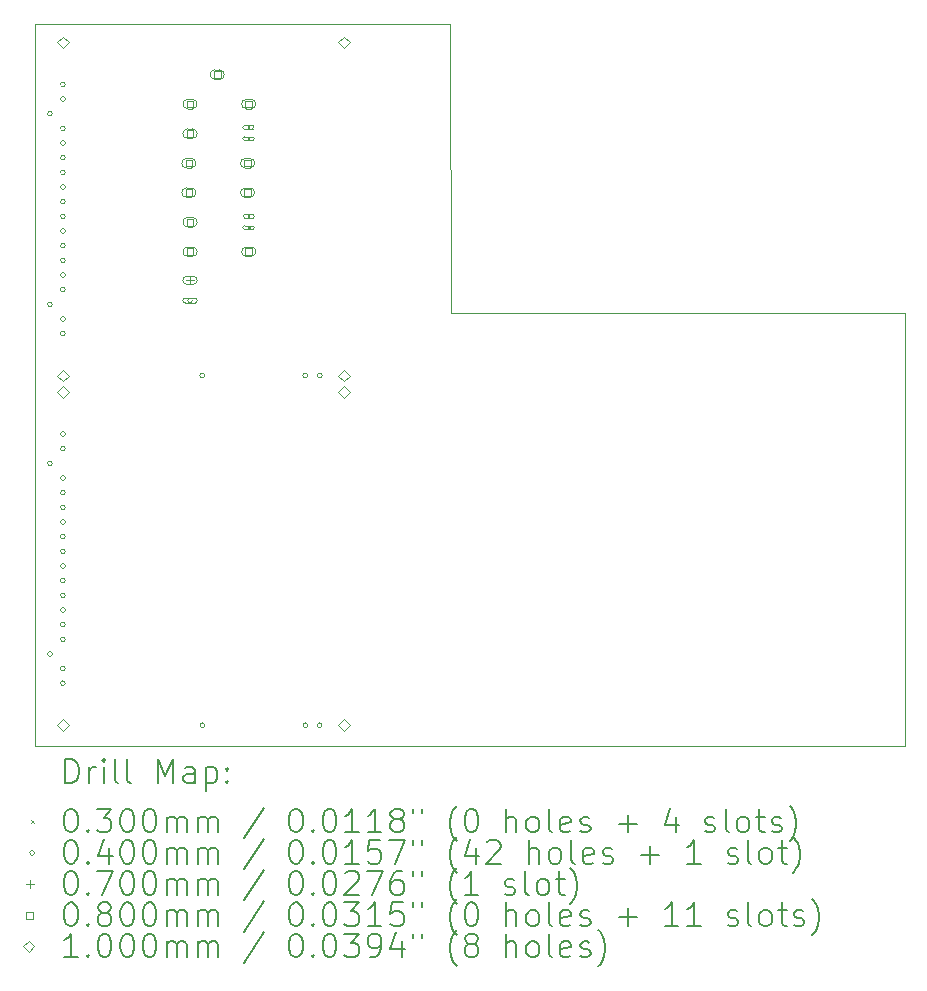
<source format=gbr>
%TF.GenerationSoftware,KiCad,Pcbnew,9.0.3*%
%TF.CreationDate,2026-01-26T00:42:01+02:00*%
%TF.ProjectId,SDCards,53444361-7264-4732-9e6b-696361645f70,rev?*%
%TF.SameCoordinates,Original*%
%TF.FileFunction,Drillmap*%
%TF.FilePolarity,Positive*%
%FSLAX45Y45*%
G04 Gerber Fmt 4.5, Leading zero omitted, Abs format (unit mm)*
G04 Created by KiCad (PCBNEW 9.0.3) date 2026-01-26 00:42:01*
%MOMM*%
%LPD*%
G01*
G04 APERTURE LIST*
%ADD10C,0.050000*%
%ADD11C,0.200000*%
%ADD12C,0.100000*%
G04 APERTURE END LIST*
D10*
X6950000Y-12510000D02*
X14319000Y-12510000D01*
X6950000Y-6400000D02*
X6950000Y-12510000D01*
X6950000Y-6400000D02*
X10469000Y-6400000D01*
X14319000Y-8843000D02*
X14319000Y-12510000D01*
X10470000Y-8843000D02*
X14319000Y-8843000D01*
X10469000Y-6400000D02*
X10470000Y-8843000D01*
D11*
D12*
X8743500Y-7257247D02*
X8773500Y-7287247D01*
X8773500Y-7257247D02*
X8743500Y-7287247D01*
X8723500Y-7287247D02*
X8793500Y-7287247D01*
X8793500Y-7257247D02*
G75*
G02*
X8793500Y-7287247I0J-15000D01*
G01*
X8793500Y-7257247D02*
X8723500Y-7257247D01*
X8723500Y-7257247D02*
G75*
G03*
X8723500Y-7287247I0J-15000D01*
G01*
X8744500Y-7354247D02*
X8774500Y-7384247D01*
X8774500Y-7354247D02*
X8744500Y-7384247D01*
X8724500Y-7384247D02*
X8794500Y-7384247D01*
X8794500Y-7354247D02*
G75*
G02*
X8794500Y-7384247I0J-15000D01*
G01*
X8794500Y-7354247D02*
X8724500Y-7354247D01*
X8724500Y-7354247D02*
G75*
G03*
X8724500Y-7384247I0J-15000D01*
G01*
X8745500Y-8010247D02*
X8775500Y-8040247D01*
X8775500Y-8010247D02*
X8745500Y-8040247D01*
X8725500Y-8040247D02*
X8795500Y-8040247D01*
X8795500Y-8010247D02*
G75*
G02*
X8795500Y-8040247I0J-15000D01*
G01*
X8795500Y-8010247D02*
X8725500Y-8010247D01*
X8725500Y-8010247D02*
G75*
G03*
X8725500Y-8040247I0J-15000D01*
G01*
X8746500Y-8107247D02*
X8776500Y-8137247D01*
X8776500Y-8107247D02*
X8746500Y-8137247D01*
X8726500Y-8137247D02*
X8796500Y-8137247D01*
X8796500Y-8107247D02*
G75*
G02*
X8796500Y-8137247I0J-15000D01*
G01*
X8796500Y-8107247D02*
X8726500Y-8107247D01*
X8726500Y-8107247D02*
G75*
G03*
X8726500Y-8137247I0J-15000D01*
G01*
X7098000Y-7158235D02*
G75*
G02*
X7058000Y-7158235I-20000J0D01*
G01*
X7058000Y-7158235D02*
G75*
G02*
X7098000Y-7158235I20000J0D01*
G01*
X7098000Y-8771765D02*
G75*
G02*
X7058000Y-8771765I-20000J0D01*
G01*
X7058000Y-8771765D02*
G75*
G02*
X7098000Y-8771765I20000J0D01*
G01*
X7098000Y-10118235D02*
G75*
G02*
X7058000Y-10118235I-20000J0D01*
G01*
X7058000Y-10118235D02*
G75*
G02*
X7098000Y-10118235I20000J0D01*
G01*
X7098000Y-11731765D02*
G75*
G02*
X7058000Y-11731765I-20000J0D01*
G01*
X7058000Y-11731765D02*
G75*
G02*
X7098000Y-11731765I20000J0D01*
G01*
X7208000Y-6910000D02*
G75*
G02*
X7168000Y-6910000I-20000J0D01*
G01*
X7168000Y-6910000D02*
G75*
G02*
X7208000Y-6910000I20000J0D01*
G01*
X7208000Y-7034118D02*
G75*
G02*
X7168000Y-7034118I-20000J0D01*
G01*
X7168000Y-7034118D02*
G75*
G02*
X7208000Y-7034118I20000J0D01*
G01*
X7208000Y-7282353D02*
G75*
G02*
X7168000Y-7282353I-20000J0D01*
G01*
X7168000Y-7282353D02*
G75*
G02*
X7208000Y-7282353I20000J0D01*
G01*
X7208000Y-7406471D02*
G75*
G02*
X7168000Y-7406471I-20000J0D01*
G01*
X7168000Y-7406471D02*
G75*
G02*
X7208000Y-7406471I20000J0D01*
G01*
X7208000Y-7530588D02*
G75*
G02*
X7168000Y-7530588I-20000J0D01*
G01*
X7168000Y-7530588D02*
G75*
G02*
X7208000Y-7530588I20000J0D01*
G01*
X7208000Y-7654706D02*
G75*
G02*
X7168000Y-7654706I-20000J0D01*
G01*
X7168000Y-7654706D02*
G75*
G02*
X7208000Y-7654706I20000J0D01*
G01*
X7208000Y-7778823D02*
G75*
G02*
X7168000Y-7778823I-20000J0D01*
G01*
X7168000Y-7778823D02*
G75*
G02*
X7208000Y-7778823I20000J0D01*
G01*
X7208000Y-7902941D02*
G75*
G02*
X7168000Y-7902941I-20000J0D01*
G01*
X7168000Y-7902941D02*
G75*
G02*
X7208000Y-7902941I20000J0D01*
G01*
X7208000Y-8027059D02*
G75*
G02*
X7168000Y-8027059I-20000J0D01*
G01*
X7168000Y-8027059D02*
G75*
G02*
X7208000Y-8027059I20000J0D01*
G01*
X7208000Y-8151176D02*
G75*
G02*
X7168000Y-8151176I-20000J0D01*
G01*
X7168000Y-8151176D02*
G75*
G02*
X7208000Y-8151176I20000J0D01*
G01*
X7208000Y-8275294D02*
G75*
G02*
X7168000Y-8275294I-20000J0D01*
G01*
X7168000Y-8275294D02*
G75*
G02*
X7208000Y-8275294I20000J0D01*
G01*
X7208000Y-8399412D02*
G75*
G02*
X7168000Y-8399412I-20000J0D01*
G01*
X7168000Y-8399412D02*
G75*
G02*
X7208000Y-8399412I20000J0D01*
G01*
X7208000Y-8523529D02*
G75*
G02*
X7168000Y-8523529I-20000J0D01*
G01*
X7168000Y-8523529D02*
G75*
G02*
X7208000Y-8523529I20000J0D01*
G01*
X7208000Y-8647647D02*
G75*
G02*
X7168000Y-8647647I-20000J0D01*
G01*
X7168000Y-8647647D02*
G75*
G02*
X7208000Y-8647647I20000J0D01*
G01*
X7208000Y-8895882D02*
G75*
G02*
X7168000Y-8895882I-20000J0D01*
G01*
X7168000Y-8895882D02*
G75*
G02*
X7208000Y-8895882I20000J0D01*
G01*
X7208000Y-9020000D02*
G75*
G02*
X7168000Y-9020000I-20000J0D01*
G01*
X7168000Y-9020000D02*
G75*
G02*
X7208000Y-9020000I20000J0D01*
G01*
X7208000Y-9870000D02*
G75*
G02*
X7168000Y-9870000I-20000J0D01*
G01*
X7168000Y-9870000D02*
G75*
G02*
X7208000Y-9870000I20000J0D01*
G01*
X7208000Y-9994118D02*
G75*
G02*
X7168000Y-9994118I-20000J0D01*
G01*
X7168000Y-9994118D02*
G75*
G02*
X7208000Y-9994118I20000J0D01*
G01*
X7208000Y-10242353D02*
G75*
G02*
X7168000Y-10242353I-20000J0D01*
G01*
X7168000Y-10242353D02*
G75*
G02*
X7208000Y-10242353I20000J0D01*
G01*
X7208000Y-10366471D02*
G75*
G02*
X7168000Y-10366471I-20000J0D01*
G01*
X7168000Y-10366471D02*
G75*
G02*
X7208000Y-10366471I20000J0D01*
G01*
X7208000Y-10490588D02*
G75*
G02*
X7168000Y-10490588I-20000J0D01*
G01*
X7168000Y-10490588D02*
G75*
G02*
X7208000Y-10490588I20000J0D01*
G01*
X7208000Y-10614706D02*
G75*
G02*
X7168000Y-10614706I-20000J0D01*
G01*
X7168000Y-10614706D02*
G75*
G02*
X7208000Y-10614706I20000J0D01*
G01*
X7208000Y-10738824D02*
G75*
G02*
X7168000Y-10738824I-20000J0D01*
G01*
X7168000Y-10738824D02*
G75*
G02*
X7208000Y-10738824I20000J0D01*
G01*
X7208000Y-10862941D02*
G75*
G02*
X7168000Y-10862941I-20000J0D01*
G01*
X7168000Y-10862941D02*
G75*
G02*
X7208000Y-10862941I20000J0D01*
G01*
X7208000Y-10987059D02*
G75*
G02*
X7168000Y-10987059I-20000J0D01*
G01*
X7168000Y-10987059D02*
G75*
G02*
X7208000Y-10987059I20000J0D01*
G01*
X7208000Y-11111177D02*
G75*
G02*
X7168000Y-11111177I-20000J0D01*
G01*
X7168000Y-11111177D02*
G75*
G02*
X7208000Y-11111177I20000J0D01*
G01*
X7208000Y-11235294D02*
G75*
G02*
X7168000Y-11235294I-20000J0D01*
G01*
X7168000Y-11235294D02*
G75*
G02*
X7208000Y-11235294I20000J0D01*
G01*
X7208000Y-11359412D02*
G75*
G02*
X7168000Y-11359412I-20000J0D01*
G01*
X7168000Y-11359412D02*
G75*
G02*
X7208000Y-11359412I20000J0D01*
G01*
X7208000Y-11483529D02*
G75*
G02*
X7168000Y-11483529I-20000J0D01*
G01*
X7168000Y-11483529D02*
G75*
G02*
X7208000Y-11483529I20000J0D01*
G01*
X7208000Y-11607647D02*
G75*
G02*
X7168000Y-11607647I-20000J0D01*
G01*
X7168000Y-11607647D02*
G75*
G02*
X7208000Y-11607647I20000J0D01*
G01*
X7208000Y-11855882D02*
G75*
G02*
X7168000Y-11855882I-20000J0D01*
G01*
X7168000Y-11855882D02*
G75*
G02*
X7208000Y-11855882I20000J0D01*
G01*
X7208000Y-11980000D02*
G75*
G02*
X7168000Y-11980000I-20000J0D01*
G01*
X7168000Y-11980000D02*
G75*
G02*
X7208000Y-11980000I20000J0D01*
G01*
X8284500Y-8739247D02*
G75*
G02*
X8244500Y-8739247I-20000J0D01*
G01*
X8244500Y-8739247D02*
G75*
G02*
X8284500Y-8739247I20000J0D01*
G01*
X8224500Y-8759247D02*
X8304500Y-8759247D01*
X8304500Y-8719247D02*
G75*
G02*
X8304500Y-8759247I0J-20000D01*
G01*
X8304500Y-8719247D02*
X8224500Y-8719247D01*
X8224500Y-8719247D02*
G75*
G03*
X8224500Y-8759247I0J-20000D01*
G01*
X8388000Y-9375000D02*
G75*
G02*
X8348000Y-9375000I-20000J0D01*
G01*
X8348000Y-9375000D02*
G75*
G02*
X8388000Y-9375000I20000J0D01*
G01*
X8388000Y-12335000D02*
G75*
G02*
X8348000Y-12335000I-20000J0D01*
G01*
X8348000Y-12335000D02*
G75*
G02*
X8388000Y-12335000I20000J0D01*
G01*
X9260000Y-9375000D02*
G75*
G02*
X9220000Y-9375000I-20000J0D01*
G01*
X9220000Y-9375000D02*
G75*
G02*
X9260000Y-9375000I20000J0D01*
G01*
X9260000Y-12335000D02*
G75*
G02*
X9220000Y-12335000I-20000J0D01*
G01*
X9220000Y-12335000D02*
G75*
G02*
X9260000Y-12335000I20000J0D01*
G01*
X9383000Y-9375000D02*
G75*
G02*
X9343000Y-9375000I-20000J0D01*
G01*
X9343000Y-9375000D02*
G75*
G02*
X9383000Y-9375000I20000J0D01*
G01*
X9383000Y-12335000D02*
G75*
G02*
X9343000Y-12335000I-20000J0D01*
G01*
X9343000Y-12335000D02*
G75*
G02*
X9383000Y-12335000I20000J0D01*
G01*
X8264500Y-8534247D02*
X8264500Y-8604247D01*
X8229500Y-8569247D02*
X8299500Y-8569247D01*
X8239500Y-8604247D02*
X8289500Y-8604247D01*
X8289500Y-8534247D02*
G75*
G02*
X8289500Y-8604247I0J-35000D01*
G01*
X8289500Y-8534247D02*
X8239500Y-8534247D01*
X8239500Y-8534247D02*
G75*
G03*
X8239500Y-8604247I0J-35000D01*
G01*
X8282784Y-7605032D02*
X8282784Y-7548463D01*
X8226215Y-7548463D01*
X8226215Y-7605032D01*
X8282784Y-7605032D01*
X8234500Y-7616747D02*
X8274500Y-7616747D01*
X8274500Y-7536747D02*
G75*
G02*
X8274500Y-7616747I0J-40000D01*
G01*
X8274500Y-7536747D02*
X8234500Y-7536747D01*
X8234500Y-7536747D02*
G75*
G03*
X8234500Y-7616747I0J-40000D01*
G01*
X8282784Y-7855032D02*
X8282784Y-7798463D01*
X8226215Y-7798463D01*
X8226215Y-7855032D01*
X8282784Y-7855032D01*
X8234500Y-7866747D02*
X8274500Y-7866747D01*
X8274500Y-7786747D02*
G75*
G02*
X8274500Y-7866747I0J-40000D01*
G01*
X8274500Y-7786747D02*
X8234500Y-7786747D01*
X8234500Y-7786747D02*
G75*
G03*
X8234500Y-7866747I0J-40000D01*
G01*
X8292784Y-7105032D02*
X8292784Y-7048463D01*
X8236215Y-7048463D01*
X8236215Y-7105032D01*
X8292784Y-7105032D01*
X8244500Y-7116747D02*
X8284500Y-7116747D01*
X8284500Y-7036747D02*
G75*
G02*
X8284500Y-7116747I0J-40000D01*
G01*
X8284500Y-7036747D02*
X8244500Y-7036747D01*
X8244500Y-7036747D02*
G75*
G03*
X8244500Y-7116747I0J-40000D01*
G01*
X8292784Y-7355032D02*
X8292784Y-7298463D01*
X8236215Y-7298463D01*
X8236215Y-7355032D01*
X8292784Y-7355032D01*
X8244500Y-7366747D02*
X8284500Y-7366747D01*
X8284500Y-7286747D02*
G75*
G02*
X8284500Y-7366747I0J-40000D01*
G01*
X8284500Y-7286747D02*
X8244500Y-7286747D01*
X8244500Y-7286747D02*
G75*
G03*
X8244500Y-7366747I0J-40000D01*
G01*
X8292784Y-8105032D02*
X8292784Y-8048463D01*
X8236215Y-8048463D01*
X8236215Y-8105032D01*
X8292784Y-8105032D01*
X8244500Y-8116747D02*
X8284500Y-8116747D01*
X8284500Y-8036747D02*
G75*
G02*
X8284500Y-8116747I0J-40000D01*
G01*
X8284500Y-8036747D02*
X8244500Y-8036747D01*
X8244500Y-8036747D02*
G75*
G03*
X8244500Y-8116747I0J-40000D01*
G01*
X8292784Y-8355032D02*
X8292784Y-8298463D01*
X8236215Y-8298463D01*
X8236215Y-8355032D01*
X8292784Y-8355032D01*
X8244500Y-8366747D02*
X8284500Y-8366747D01*
X8284500Y-8286747D02*
G75*
G02*
X8284500Y-8366747I0J-40000D01*
G01*
X8284500Y-8286747D02*
X8244500Y-8286747D01*
X8244500Y-8286747D02*
G75*
G03*
X8244500Y-8366747I0J-40000D01*
G01*
X8522785Y-6855032D02*
X8522785Y-6798463D01*
X8466216Y-6798463D01*
X8466216Y-6855032D01*
X8522785Y-6855032D01*
X8474500Y-6866747D02*
X8514500Y-6866747D01*
X8514500Y-6786747D02*
G75*
G02*
X8514500Y-6866747I0J-40000D01*
G01*
X8514500Y-6786747D02*
X8474500Y-6786747D01*
X8474500Y-6786747D02*
G75*
G03*
X8474500Y-6866747I0J-40000D01*
G01*
X8779785Y-7604532D02*
X8779785Y-7547963D01*
X8723216Y-7547963D01*
X8723216Y-7604532D01*
X8779785Y-7604532D01*
X8731500Y-7616247D02*
X8771500Y-7616247D01*
X8771500Y-7536247D02*
G75*
G02*
X8771500Y-7616247I0J-40000D01*
G01*
X8771500Y-7536247D02*
X8731500Y-7536247D01*
X8731500Y-7536247D02*
G75*
G03*
X8731500Y-7616247I0J-40000D01*
G01*
X8779785Y-7854532D02*
X8779785Y-7797963D01*
X8723216Y-7797963D01*
X8723216Y-7854532D01*
X8779785Y-7854532D01*
X8731500Y-7866247D02*
X8771500Y-7866247D01*
X8771500Y-7786247D02*
G75*
G02*
X8771500Y-7866247I0J-40000D01*
G01*
X8771500Y-7786247D02*
X8731500Y-7786247D01*
X8731500Y-7786247D02*
G75*
G03*
X8731500Y-7866247I0J-40000D01*
G01*
X8789785Y-7104532D02*
X8789785Y-7047963D01*
X8733216Y-7047963D01*
X8733216Y-7104532D01*
X8789785Y-7104532D01*
X8741500Y-7116247D02*
X8781500Y-7116247D01*
X8781500Y-7036247D02*
G75*
G02*
X8781500Y-7116247I0J-40000D01*
G01*
X8781500Y-7036247D02*
X8741500Y-7036247D01*
X8741500Y-7036247D02*
G75*
G03*
X8741500Y-7116247I0J-40000D01*
G01*
X8789785Y-8354532D02*
X8789785Y-8297963D01*
X8733216Y-8297963D01*
X8733216Y-8354532D01*
X8789785Y-8354532D01*
X8741500Y-8366247D02*
X8781500Y-8366247D01*
X8781500Y-8286247D02*
G75*
G02*
X8781500Y-8366247I0J-40000D01*
G01*
X8781500Y-8286247D02*
X8741500Y-8286247D01*
X8741500Y-8286247D02*
G75*
G03*
X8741500Y-8366247I0J-40000D01*
G01*
X7188000Y-6605000D02*
X7238000Y-6555000D01*
X7188000Y-6505000D01*
X7138000Y-6555000D01*
X7188000Y-6605000D01*
X7188000Y-9425000D02*
X7238000Y-9375000D01*
X7188000Y-9325000D01*
X7138000Y-9375000D01*
X7188000Y-9425000D01*
X7188000Y-9565000D02*
X7238000Y-9515000D01*
X7188000Y-9465000D01*
X7138000Y-9515000D01*
X7188000Y-9565000D01*
X7188000Y-12385000D02*
X7238000Y-12335000D01*
X7188000Y-12285000D01*
X7138000Y-12335000D01*
X7188000Y-12385000D01*
X9568000Y-6605000D02*
X9618000Y-6555000D01*
X9568000Y-6505000D01*
X9518000Y-6555000D01*
X9568000Y-6605000D01*
X9568000Y-9425000D02*
X9618000Y-9375000D01*
X9568000Y-9325000D01*
X9518000Y-9375000D01*
X9568000Y-9425000D01*
X9568000Y-9565000D02*
X9618000Y-9515000D01*
X9568000Y-9465000D01*
X9518000Y-9515000D01*
X9568000Y-9565000D01*
X9568000Y-12385000D02*
X9618000Y-12335000D01*
X9568000Y-12285000D01*
X9518000Y-12335000D01*
X9568000Y-12385000D01*
D11*
X7208277Y-12823984D02*
X7208277Y-12623984D01*
X7208277Y-12623984D02*
X7255896Y-12623984D01*
X7255896Y-12623984D02*
X7284467Y-12633508D01*
X7284467Y-12633508D02*
X7303515Y-12652555D01*
X7303515Y-12652555D02*
X7313039Y-12671603D01*
X7313039Y-12671603D02*
X7322562Y-12709698D01*
X7322562Y-12709698D02*
X7322562Y-12738269D01*
X7322562Y-12738269D02*
X7313039Y-12776365D01*
X7313039Y-12776365D02*
X7303515Y-12795412D01*
X7303515Y-12795412D02*
X7284467Y-12814460D01*
X7284467Y-12814460D02*
X7255896Y-12823984D01*
X7255896Y-12823984D02*
X7208277Y-12823984D01*
X7408277Y-12823984D02*
X7408277Y-12690650D01*
X7408277Y-12728746D02*
X7417801Y-12709698D01*
X7417801Y-12709698D02*
X7427324Y-12700174D01*
X7427324Y-12700174D02*
X7446372Y-12690650D01*
X7446372Y-12690650D02*
X7465420Y-12690650D01*
X7532086Y-12823984D02*
X7532086Y-12690650D01*
X7532086Y-12623984D02*
X7522562Y-12633508D01*
X7522562Y-12633508D02*
X7532086Y-12643031D01*
X7532086Y-12643031D02*
X7541610Y-12633508D01*
X7541610Y-12633508D02*
X7532086Y-12623984D01*
X7532086Y-12623984D02*
X7532086Y-12643031D01*
X7655896Y-12823984D02*
X7636848Y-12814460D01*
X7636848Y-12814460D02*
X7627324Y-12795412D01*
X7627324Y-12795412D02*
X7627324Y-12623984D01*
X7760658Y-12823984D02*
X7741610Y-12814460D01*
X7741610Y-12814460D02*
X7732086Y-12795412D01*
X7732086Y-12795412D02*
X7732086Y-12623984D01*
X7989229Y-12823984D02*
X7989229Y-12623984D01*
X7989229Y-12623984D02*
X8055896Y-12766841D01*
X8055896Y-12766841D02*
X8122562Y-12623984D01*
X8122562Y-12623984D02*
X8122562Y-12823984D01*
X8303515Y-12823984D02*
X8303515Y-12719222D01*
X8303515Y-12719222D02*
X8293991Y-12700174D01*
X8293991Y-12700174D02*
X8274943Y-12690650D01*
X8274943Y-12690650D02*
X8236848Y-12690650D01*
X8236848Y-12690650D02*
X8217801Y-12700174D01*
X8303515Y-12814460D02*
X8284467Y-12823984D01*
X8284467Y-12823984D02*
X8236848Y-12823984D01*
X8236848Y-12823984D02*
X8217801Y-12814460D01*
X8217801Y-12814460D02*
X8208277Y-12795412D01*
X8208277Y-12795412D02*
X8208277Y-12776365D01*
X8208277Y-12776365D02*
X8217801Y-12757317D01*
X8217801Y-12757317D02*
X8236848Y-12747793D01*
X8236848Y-12747793D02*
X8284467Y-12747793D01*
X8284467Y-12747793D02*
X8303515Y-12738269D01*
X8398753Y-12690650D02*
X8398753Y-12890650D01*
X8398753Y-12700174D02*
X8417801Y-12690650D01*
X8417801Y-12690650D02*
X8455896Y-12690650D01*
X8455896Y-12690650D02*
X8474944Y-12700174D01*
X8474944Y-12700174D02*
X8484467Y-12709698D01*
X8484467Y-12709698D02*
X8493991Y-12728746D01*
X8493991Y-12728746D02*
X8493991Y-12785888D01*
X8493991Y-12785888D02*
X8484467Y-12804936D01*
X8484467Y-12804936D02*
X8474944Y-12814460D01*
X8474944Y-12814460D02*
X8455896Y-12823984D01*
X8455896Y-12823984D02*
X8417801Y-12823984D01*
X8417801Y-12823984D02*
X8398753Y-12814460D01*
X8579705Y-12804936D02*
X8589229Y-12814460D01*
X8589229Y-12814460D02*
X8579705Y-12823984D01*
X8579705Y-12823984D02*
X8570182Y-12814460D01*
X8570182Y-12814460D02*
X8579705Y-12804936D01*
X8579705Y-12804936D02*
X8579705Y-12823984D01*
X8579705Y-12700174D02*
X8589229Y-12709698D01*
X8589229Y-12709698D02*
X8579705Y-12719222D01*
X8579705Y-12719222D02*
X8570182Y-12709698D01*
X8570182Y-12709698D02*
X8579705Y-12700174D01*
X8579705Y-12700174D02*
X8579705Y-12719222D01*
D12*
X6917500Y-13137500D02*
X6947500Y-13167500D01*
X6947500Y-13137500D02*
X6917500Y-13167500D01*
D11*
X7246372Y-13043984D02*
X7265420Y-13043984D01*
X7265420Y-13043984D02*
X7284467Y-13053508D01*
X7284467Y-13053508D02*
X7293991Y-13063031D01*
X7293991Y-13063031D02*
X7303515Y-13082079D01*
X7303515Y-13082079D02*
X7313039Y-13120174D01*
X7313039Y-13120174D02*
X7313039Y-13167793D01*
X7313039Y-13167793D02*
X7303515Y-13205888D01*
X7303515Y-13205888D02*
X7293991Y-13224936D01*
X7293991Y-13224936D02*
X7284467Y-13234460D01*
X7284467Y-13234460D02*
X7265420Y-13243984D01*
X7265420Y-13243984D02*
X7246372Y-13243984D01*
X7246372Y-13243984D02*
X7227324Y-13234460D01*
X7227324Y-13234460D02*
X7217801Y-13224936D01*
X7217801Y-13224936D02*
X7208277Y-13205888D01*
X7208277Y-13205888D02*
X7198753Y-13167793D01*
X7198753Y-13167793D02*
X7198753Y-13120174D01*
X7198753Y-13120174D02*
X7208277Y-13082079D01*
X7208277Y-13082079D02*
X7217801Y-13063031D01*
X7217801Y-13063031D02*
X7227324Y-13053508D01*
X7227324Y-13053508D02*
X7246372Y-13043984D01*
X7398753Y-13224936D02*
X7408277Y-13234460D01*
X7408277Y-13234460D02*
X7398753Y-13243984D01*
X7398753Y-13243984D02*
X7389229Y-13234460D01*
X7389229Y-13234460D02*
X7398753Y-13224936D01*
X7398753Y-13224936D02*
X7398753Y-13243984D01*
X7474943Y-13043984D02*
X7598753Y-13043984D01*
X7598753Y-13043984D02*
X7532086Y-13120174D01*
X7532086Y-13120174D02*
X7560658Y-13120174D01*
X7560658Y-13120174D02*
X7579705Y-13129698D01*
X7579705Y-13129698D02*
X7589229Y-13139222D01*
X7589229Y-13139222D02*
X7598753Y-13158269D01*
X7598753Y-13158269D02*
X7598753Y-13205888D01*
X7598753Y-13205888D02*
X7589229Y-13224936D01*
X7589229Y-13224936D02*
X7579705Y-13234460D01*
X7579705Y-13234460D02*
X7560658Y-13243984D01*
X7560658Y-13243984D02*
X7503515Y-13243984D01*
X7503515Y-13243984D02*
X7484467Y-13234460D01*
X7484467Y-13234460D02*
X7474943Y-13224936D01*
X7722562Y-13043984D02*
X7741610Y-13043984D01*
X7741610Y-13043984D02*
X7760658Y-13053508D01*
X7760658Y-13053508D02*
X7770182Y-13063031D01*
X7770182Y-13063031D02*
X7779705Y-13082079D01*
X7779705Y-13082079D02*
X7789229Y-13120174D01*
X7789229Y-13120174D02*
X7789229Y-13167793D01*
X7789229Y-13167793D02*
X7779705Y-13205888D01*
X7779705Y-13205888D02*
X7770182Y-13224936D01*
X7770182Y-13224936D02*
X7760658Y-13234460D01*
X7760658Y-13234460D02*
X7741610Y-13243984D01*
X7741610Y-13243984D02*
X7722562Y-13243984D01*
X7722562Y-13243984D02*
X7703515Y-13234460D01*
X7703515Y-13234460D02*
X7693991Y-13224936D01*
X7693991Y-13224936D02*
X7684467Y-13205888D01*
X7684467Y-13205888D02*
X7674943Y-13167793D01*
X7674943Y-13167793D02*
X7674943Y-13120174D01*
X7674943Y-13120174D02*
X7684467Y-13082079D01*
X7684467Y-13082079D02*
X7693991Y-13063031D01*
X7693991Y-13063031D02*
X7703515Y-13053508D01*
X7703515Y-13053508D02*
X7722562Y-13043984D01*
X7913039Y-13043984D02*
X7932086Y-13043984D01*
X7932086Y-13043984D02*
X7951134Y-13053508D01*
X7951134Y-13053508D02*
X7960658Y-13063031D01*
X7960658Y-13063031D02*
X7970182Y-13082079D01*
X7970182Y-13082079D02*
X7979705Y-13120174D01*
X7979705Y-13120174D02*
X7979705Y-13167793D01*
X7979705Y-13167793D02*
X7970182Y-13205888D01*
X7970182Y-13205888D02*
X7960658Y-13224936D01*
X7960658Y-13224936D02*
X7951134Y-13234460D01*
X7951134Y-13234460D02*
X7932086Y-13243984D01*
X7932086Y-13243984D02*
X7913039Y-13243984D01*
X7913039Y-13243984D02*
X7893991Y-13234460D01*
X7893991Y-13234460D02*
X7884467Y-13224936D01*
X7884467Y-13224936D02*
X7874943Y-13205888D01*
X7874943Y-13205888D02*
X7865420Y-13167793D01*
X7865420Y-13167793D02*
X7865420Y-13120174D01*
X7865420Y-13120174D02*
X7874943Y-13082079D01*
X7874943Y-13082079D02*
X7884467Y-13063031D01*
X7884467Y-13063031D02*
X7893991Y-13053508D01*
X7893991Y-13053508D02*
X7913039Y-13043984D01*
X8065420Y-13243984D02*
X8065420Y-13110650D01*
X8065420Y-13129698D02*
X8074943Y-13120174D01*
X8074943Y-13120174D02*
X8093991Y-13110650D01*
X8093991Y-13110650D02*
X8122563Y-13110650D01*
X8122563Y-13110650D02*
X8141610Y-13120174D01*
X8141610Y-13120174D02*
X8151134Y-13139222D01*
X8151134Y-13139222D02*
X8151134Y-13243984D01*
X8151134Y-13139222D02*
X8160658Y-13120174D01*
X8160658Y-13120174D02*
X8179705Y-13110650D01*
X8179705Y-13110650D02*
X8208277Y-13110650D01*
X8208277Y-13110650D02*
X8227324Y-13120174D01*
X8227324Y-13120174D02*
X8236848Y-13139222D01*
X8236848Y-13139222D02*
X8236848Y-13243984D01*
X8332086Y-13243984D02*
X8332086Y-13110650D01*
X8332086Y-13129698D02*
X8341610Y-13120174D01*
X8341610Y-13120174D02*
X8360658Y-13110650D01*
X8360658Y-13110650D02*
X8389229Y-13110650D01*
X8389229Y-13110650D02*
X8408277Y-13120174D01*
X8408277Y-13120174D02*
X8417801Y-13139222D01*
X8417801Y-13139222D02*
X8417801Y-13243984D01*
X8417801Y-13139222D02*
X8427325Y-13120174D01*
X8427325Y-13120174D02*
X8446372Y-13110650D01*
X8446372Y-13110650D02*
X8474944Y-13110650D01*
X8474944Y-13110650D02*
X8493991Y-13120174D01*
X8493991Y-13120174D02*
X8503515Y-13139222D01*
X8503515Y-13139222D02*
X8503515Y-13243984D01*
X8893991Y-13034460D02*
X8722563Y-13291603D01*
X9151134Y-13043984D02*
X9170182Y-13043984D01*
X9170182Y-13043984D02*
X9189229Y-13053508D01*
X9189229Y-13053508D02*
X9198753Y-13063031D01*
X9198753Y-13063031D02*
X9208277Y-13082079D01*
X9208277Y-13082079D02*
X9217801Y-13120174D01*
X9217801Y-13120174D02*
X9217801Y-13167793D01*
X9217801Y-13167793D02*
X9208277Y-13205888D01*
X9208277Y-13205888D02*
X9198753Y-13224936D01*
X9198753Y-13224936D02*
X9189229Y-13234460D01*
X9189229Y-13234460D02*
X9170182Y-13243984D01*
X9170182Y-13243984D02*
X9151134Y-13243984D01*
X9151134Y-13243984D02*
X9132087Y-13234460D01*
X9132087Y-13234460D02*
X9122563Y-13224936D01*
X9122563Y-13224936D02*
X9113039Y-13205888D01*
X9113039Y-13205888D02*
X9103515Y-13167793D01*
X9103515Y-13167793D02*
X9103515Y-13120174D01*
X9103515Y-13120174D02*
X9113039Y-13082079D01*
X9113039Y-13082079D02*
X9122563Y-13063031D01*
X9122563Y-13063031D02*
X9132087Y-13053508D01*
X9132087Y-13053508D02*
X9151134Y-13043984D01*
X9303515Y-13224936D02*
X9313039Y-13234460D01*
X9313039Y-13234460D02*
X9303515Y-13243984D01*
X9303515Y-13243984D02*
X9293991Y-13234460D01*
X9293991Y-13234460D02*
X9303515Y-13224936D01*
X9303515Y-13224936D02*
X9303515Y-13243984D01*
X9436848Y-13043984D02*
X9455896Y-13043984D01*
X9455896Y-13043984D02*
X9474944Y-13053508D01*
X9474944Y-13053508D02*
X9484468Y-13063031D01*
X9484468Y-13063031D02*
X9493991Y-13082079D01*
X9493991Y-13082079D02*
X9503515Y-13120174D01*
X9503515Y-13120174D02*
X9503515Y-13167793D01*
X9503515Y-13167793D02*
X9493991Y-13205888D01*
X9493991Y-13205888D02*
X9484468Y-13224936D01*
X9484468Y-13224936D02*
X9474944Y-13234460D01*
X9474944Y-13234460D02*
X9455896Y-13243984D01*
X9455896Y-13243984D02*
X9436848Y-13243984D01*
X9436848Y-13243984D02*
X9417801Y-13234460D01*
X9417801Y-13234460D02*
X9408277Y-13224936D01*
X9408277Y-13224936D02*
X9398753Y-13205888D01*
X9398753Y-13205888D02*
X9389229Y-13167793D01*
X9389229Y-13167793D02*
X9389229Y-13120174D01*
X9389229Y-13120174D02*
X9398753Y-13082079D01*
X9398753Y-13082079D02*
X9408277Y-13063031D01*
X9408277Y-13063031D02*
X9417801Y-13053508D01*
X9417801Y-13053508D02*
X9436848Y-13043984D01*
X9693991Y-13243984D02*
X9579706Y-13243984D01*
X9636848Y-13243984D02*
X9636848Y-13043984D01*
X9636848Y-13043984D02*
X9617801Y-13072555D01*
X9617801Y-13072555D02*
X9598753Y-13091603D01*
X9598753Y-13091603D02*
X9579706Y-13101127D01*
X9884468Y-13243984D02*
X9770182Y-13243984D01*
X9827325Y-13243984D02*
X9827325Y-13043984D01*
X9827325Y-13043984D02*
X9808277Y-13072555D01*
X9808277Y-13072555D02*
X9789229Y-13091603D01*
X9789229Y-13091603D02*
X9770182Y-13101127D01*
X9998753Y-13129698D02*
X9979706Y-13120174D01*
X9979706Y-13120174D02*
X9970182Y-13110650D01*
X9970182Y-13110650D02*
X9960658Y-13091603D01*
X9960658Y-13091603D02*
X9960658Y-13082079D01*
X9960658Y-13082079D02*
X9970182Y-13063031D01*
X9970182Y-13063031D02*
X9979706Y-13053508D01*
X9979706Y-13053508D02*
X9998753Y-13043984D01*
X9998753Y-13043984D02*
X10036849Y-13043984D01*
X10036849Y-13043984D02*
X10055896Y-13053508D01*
X10055896Y-13053508D02*
X10065420Y-13063031D01*
X10065420Y-13063031D02*
X10074944Y-13082079D01*
X10074944Y-13082079D02*
X10074944Y-13091603D01*
X10074944Y-13091603D02*
X10065420Y-13110650D01*
X10065420Y-13110650D02*
X10055896Y-13120174D01*
X10055896Y-13120174D02*
X10036849Y-13129698D01*
X10036849Y-13129698D02*
X9998753Y-13129698D01*
X9998753Y-13129698D02*
X9979706Y-13139222D01*
X9979706Y-13139222D02*
X9970182Y-13148746D01*
X9970182Y-13148746D02*
X9960658Y-13167793D01*
X9960658Y-13167793D02*
X9960658Y-13205888D01*
X9960658Y-13205888D02*
X9970182Y-13224936D01*
X9970182Y-13224936D02*
X9979706Y-13234460D01*
X9979706Y-13234460D02*
X9998753Y-13243984D01*
X9998753Y-13243984D02*
X10036849Y-13243984D01*
X10036849Y-13243984D02*
X10055896Y-13234460D01*
X10055896Y-13234460D02*
X10065420Y-13224936D01*
X10065420Y-13224936D02*
X10074944Y-13205888D01*
X10074944Y-13205888D02*
X10074944Y-13167793D01*
X10074944Y-13167793D02*
X10065420Y-13148746D01*
X10065420Y-13148746D02*
X10055896Y-13139222D01*
X10055896Y-13139222D02*
X10036849Y-13129698D01*
X10151134Y-13043984D02*
X10151134Y-13082079D01*
X10227325Y-13043984D02*
X10227325Y-13082079D01*
X10522563Y-13320174D02*
X10513039Y-13310650D01*
X10513039Y-13310650D02*
X10493991Y-13282079D01*
X10493991Y-13282079D02*
X10484468Y-13263031D01*
X10484468Y-13263031D02*
X10474944Y-13234460D01*
X10474944Y-13234460D02*
X10465420Y-13186841D01*
X10465420Y-13186841D02*
X10465420Y-13148746D01*
X10465420Y-13148746D02*
X10474944Y-13101127D01*
X10474944Y-13101127D02*
X10484468Y-13072555D01*
X10484468Y-13072555D02*
X10493991Y-13053508D01*
X10493991Y-13053508D02*
X10513039Y-13024936D01*
X10513039Y-13024936D02*
X10522563Y-13015412D01*
X10636849Y-13043984D02*
X10655896Y-13043984D01*
X10655896Y-13043984D02*
X10674944Y-13053508D01*
X10674944Y-13053508D02*
X10684468Y-13063031D01*
X10684468Y-13063031D02*
X10693991Y-13082079D01*
X10693991Y-13082079D02*
X10703515Y-13120174D01*
X10703515Y-13120174D02*
X10703515Y-13167793D01*
X10703515Y-13167793D02*
X10693991Y-13205888D01*
X10693991Y-13205888D02*
X10684468Y-13224936D01*
X10684468Y-13224936D02*
X10674944Y-13234460D01*
X10674944Y-13234460D02*
X10655896Y-13243984D01*
X10655896Y-13243984D02*
X10636849Y-13243984D01*
X10636849Y-13243984D02*
X10617801Y-13234460D01*
X10617801Y-13234460D02*
X10608277Y-13224936D01*
X10608277Y-13224936D02*
X10598753Y-13205888D01*
X10598753Y-13205888D02*
X10589230Y-13167793D01*
X10589230Y-13167793D02*
X10589230Y-13120174D01*
X10589230Y-13120174D02*
X10598753Y-13082079D01*
X10598753Y-13082079D02*
X10608277Y-13063031D01*
X10608277Y-13063031D02*
X10617801Y-13053508D01*
X10617801Y-13053508D02*
X10636849Y-13043984D01*
X10941611Y-13243984D02*
X10941611Y-13043984D01*
X11027325Y-13243984D02*
X11027325Y-13139222D01*
X11027325Y-13139222D02*
X11017801Y-13120174D01*
X11017801Y-13120174D02*
X10998753Y-13110650D01*
X10998753Y-13110650D02*
X10970182Y-13110650D01*
X10970182Y-13110650D02*
X10951134Y-13120174D01*
X10951134Y-13120174D02*
X10941611Y-13129698D01*
X11151134Y-13243984D02*
X11132087Y-13234460D01*
X11132087Y-13234460D02*
X11122563Y-13224936D01*
X11122563Y-13224936D02*
X11113039Y-13205888D01*
X11113039Y-13205888D02*
X11113039Y-13148746D01*
X11113039Y-13148746D02*
X11122563Y-13129698D01*
X11122563Y-13129698D02*
X11132087Y-13120174D01*
X11132087Y-13120174D02*
X11151134Y-13110650D01*
X11151134Y-13110650D02*
X11179706Y-13110650D01*
X11179706Y-13110650D02*
X11198753Y-13120174D01*
X11198753Y-13120174D02*
X11208277Y-13129698D01*
X11208277Y-13129698D02*
X11217801Y-13148746D01*
X11217801Y-13148746D02*
X11217801Y-13205888D01*
X11217801Y-13205888D02*
X11208277Y-13224936D01*
X11208277Y-13224936D02*
X11198753Y-13234460D01*
X11198753Y-13234460D02*
X11179706Y-13243984D01*
X11179706Y-13243984D02*
X11151134Y-13243984D01*
X11332087Y-13243984D02*
X11313039Y-13234460D01*
X11313039Y-13234460D02*
X11303515Y-13215412D01*
X11303515Y-13215412D02*
X11303515Y-13043984D01*
X11484468Y-13234460D02*
X11465420Y-13243984D01*
X11465420Y-13243984D02*
X11427325Y-13243984D01*
X11427325Y-13243984D02*
X11408277Y-13234460D01*
X11408277Y-13234460D02*
X11398753Y-13215412D01*
X11398753Y-13215412D02*
X11398753Y-13139222D01*
X11398753Y-13139222D02*
X11408277Y-13120174D01*
X11408277Y-13120174D02*
X11427325Y-13110650D01*
X11427325Y-13110650D02*
X11465420Y-13110650D01*
X11465420Y-13110650D02*
X11484468Y-13120174D01*
X11484468Y-13120174D02*
X11493991Y-13139222D01*
X11493991Y-13139222D02*
X11493991Y-13158269D01*
X11493991Y-13158269D02*
X11398753Y-13177317D01*
X11570182Y-13234460D02*
X11589230Y-13243984D01*
X11589230Y-13243984D02*
X11627325Y-13243984D01*
X11627325Y-13243984D02*
X11646372Y-13234460D01*
X11646372Y-13234460D02*
X11655896Y-13215412D01*
X11655896Y-13215412D02*
X11655896Y-13205888D01*
X11655896Y-13205888D02*
X11646372Y-13186841D01*
X11646372Y-13186841D02*
X11627325Y-13177317D01*
X11627325Y-13177317D02*
X11598753Y-13177317D01*
X11598753Y-13177317D02*
X11579706Y-13167793D01*
X11579706Y-13167793D02*
X11570182Y-13148746D01*
X11570182Y-13148746D02*
X11570182Y-13139222D01*
X11570182Y-13139222D02*
X11579706Y-13120174D01*
X11579706Y-13120174D02*
X11598753Y-13110650D01*
X11598753Y-13110650D02*
X11627325Y-13110650D01*
X11627325Y-13110650D02*
X11646372Y-13120174D01*
X11893992Y-13167793D02*
X12046373Y-13167793D01*
X11970182Y-13243984D02*
X11970182Y-13091603D01*
X12379706Y-13110650D02*
X12379706Y-13243984D01*
X12332087Y-13034460D02*
X12284468Y-13177317D01*
X12284468Y-13177317D02*
X12408277Y-13177317D01*
X12627325Y-13234460D02*
X12646373Y-13243984D01*
X12646373Y-13243984D02*
X12684468Y-13243984D01*
X12684468Y-13243984D02*
X12703515Y-13234460D01*
X12703515Y-13234460D02*
X12713039Y-13215412D01*
X12713039Y-13215412D02*
X12713039Y-13205888D01*
X12713039Y-13205888D02*
X12703515Y-13186841D01*
X12703515Y-13186841D02*
X12684468Y-13177317D01*
X12684468Y-13177317D02*
X12655896Y-13177317D01*
X12655896Y-13177317D02*
X12636849Y-13167793D01*
X12636849Y-13167793D02*
X12627325Y-13148746D01*
X12627325Y-13148746D02*
X12627325Y-13139222D01*
X12627325Y-13139222D02*
X12636849Y-13120174D01*
X12636849Y-13120174D02*
X12655896Y-13110650D01*
X12655896Y-13110650D02*
X12684468Y-13110650D01*
X12684468Y-13110650D02*
X12703515Y-13120174D01*
X12827325Y-13243984D02*
X12808277Y-13234460D01*
X12808277Y-13234460D02*
X12798754Y-13215412D01*
X12798754Y-13215412D02*
X12798754Y-13043984D01*
X12932087Y-13243984D02*
X12913039Y-13234460D01*
X12913039Y-13234460D02*
X12903515Y-13224936D01*
X12903515Y-13224936D02*
X12893992Y-13205888D01*
X12893992Y-13205888D02*
X12893992Y-13148746D01*
X12893992Y-13148746D02*
X12903515Y-13129698D01*
X12903515Y-13129698D02*
X12913039Y-13120174D01*
X12913039Y-13120174D02*
X12932087Y-13110650D01*
X12932087Y-13110650D02*
X12960658Y-13110650D01*
X12960658Y-13110650D02*
X12979706Y-13120174D01*
X12979706Y-13120174D02*
X12989230Y-13129698D01*
X12989230Y-13129698D02*
X12998754Y-13148746D01*
X12998754Y-13148746D02*
X12998754Y-13205888D01*
X12998754Y-13205888D02*
X12989230Y-13224936D01*
X12989230Y-13224936D02*
X12979706Y-13234460D01*
X12979706Y-13234460D02*
X12960658Y-13243984D01*
X12960658Y-13243984D02*
X12932087Y-13243984D01*
X13055896Y-13110650D02*
X13132087Y-13110650D01*
X13084468Y-13043984D02*
X13084468Y-13215412D01*
X13084468Y-13215412D02*
X13093992Y-13234460D01*
X13093992Y-13234460D02*
X13113039Y-13243984D01*
X13113039Y-13243984D02*
X13132087Y-13243984D01*
X13189230Y-13234460D02*
X13208277Y-13243984D01*
X13208277Y-13243984D02*
X13246373Y-13243984D01*
X13246373Y-13243984D02*
X13265420Y-13234460D01*
X13265420Y-13234460D02*
X13274944Y-13215412D01*
X13274944Y-13215412D02*
X13274944Y-13205888D01*
X13274944Y-13205888D02*
X13265420Y-13186841D01*
X13265420Y-13186841D02*
X13246373Y-13177317D01*
X13246373Y-13177317D02*
X13217801Y-13177317D01*
X13217801Y-13177317D02*
X13198754Y-13167793D01*
X13198754Y-13167793D02*
X13189230Y-13148746D01*
X13189230Y-13148746D02*
X13189230Y-13139222D01*
X13189230Y-13139222D02*
X13198754Y-13120174D01*
X13198754Y-13120174D02*
X13217801Y-13110650D01*
X13217801Y-13110650D02*
X13246373Y-13110650D01*
X13246373Y-13110650D02*
X13265420Y-13120174D01*
X13341611Y-13320174D02*
X13351135Y-13310650D01*
X13351135Y-13310650D02*
X13370182Y-13282079D01*
X13370182Y-13282079D02*
X13379706Y-13263031D01*
X13379706Y-13263031D02*
X13389230Y-13234460D01*
X13389230Y-13234460D02*
X13398754Y-13186841D01*
X13398754Y-13186841D02*
X13398754Y-13148746D01*
X13398754Y-13148746D02*
X13389230Y-13101127D01*
X13389230Y-13101127D02*
X13379706Y-13072555D01*
X13379706Y-13072555D02*
X13370182Y-13053508D01*
X13370182Y-13053508D02*
X13351135Y-13024936D01*
X13351135Y-13024936D02*
X13341611Y-13015412D01*
D12*
X6947500Y-13416500D02*
G75*
G02*
X6907500Y-13416500I-20000J0D01*
G01*
X6907500Y-13416500D02*
G75*
G02*
X6947500Y-13416500I20000J0D01*
G01*
D11*
X7246372Y-13307984D02*
X7265420Y-13307984D01*
X7265420Y-13307984D02*
X7284467Y-13317508D01*
X7284467Y-13317508D02*
X7293991Y-13327031D01*
X7293991Y-13327031D02*
X7303515Y-13346079D01*
X7303515Y-13346079D02*
X7313039Y-13384174D01*
X7313039Y-13384174D02*
X7313039Y-13431793D01*
X7313039Y-13431793D02*
X7303515Y-13469888D01*
X7303515Y-13469888D02*
X7293991Y-13488936D01*
X7293991Y-13488936D02*
X7284467Y-13498460D01*
X7284467Y-13498460D02*
X7265420Y-13507984D01*
X7265420Y-13507984D02*
X7246372Y-13507984D01*
X7246372Y-13507984D02*
X7227324Y-13498460D01*
X7227324Y-13498460D02*
X7217801Y-13488936D01*
X7217801Y-13488936D02*
X7208277Y-13469888D01*
X7208277Y-13469888D02*
X7198753Y-13431793D01*
X7198753Y-13431793D02*
X7198753Y-13384174D01*
X7198753Y-13384174D02*
X7208277Y-13346079D01*
X7208277Y-13346079D02*
X7217801Y-13327031D01*
X7217801Y-13327031D02*
X7227324Y-13317508D01*
X7227324Y-13317508D02*
X7246372Y-13307984D01*
X7398753Y-13488936D02*
X7408277Y-13498460D01*
X7408277Y-13498460D02*
X7398753Y-13507984D01*
X7398753Y-13507984D02*
X7389229Y-13498460D01*
X7389229Y-13498460D02*
X7398753Y-13488936D01*
X7398753Y-13488936D02*
X7398753Y-13507984D01*
X7579705Y-13374650D02*
X7579705Y-13507984D01*
X7532086Y-13298460D02*
X7484467Y-13441317D01*
X7484467Y-13441317D02*
X7608277Y-13441317D01*
X7722562Y-13307984D02*
X7741610Y-13307984D01*
X7741610Y-13307984D02*
X7760658Y-13317508D01*
X7760658Y-13317508D02*
X7770182Y-13327031D01*
X7770182Y-13327031D02*
X7779705Y-13346079D01*
X7779705Y-13346079D02*
X7789229Y-13384174D01*
X7789229Y-13384174D02*
X7789229Y-13431793D01*
X7789229Y-13431793D02*
X7779705Y-13469888D01*
X7779705Y-13469888D02*
X7770182Y-13488936D01*
X7770182Y-13488936D02*
X7760658Y-13498460D01*
X7760658Y-13498460D02*
X7741610Y-13507984D01*
X7741610Y-13507984D02*
X7722562Y-13507984D01*
X7722562Y-13507984D02*
X7703515Y-13498460D01*
X7703515Y-13498460D02*
X7693991Y-13488936D01*
X7693991Y-13488936D02*
X7684467Y-13469888D01*
X7684467Y-13469888D02*
X7674943Y-13431793D01*
X7674943Y-13431793D02*
X7674943Y-13384174D01*
X7674943Y-13384174D02*
X7684467Y-13346079D01*
X7684467Y-13346079D02*
X7693991Y-13327031D01*
X7693991Y-13327031D02*
X7703515Y-13317508D01*
X7703515Y-13317508D02*
X7722562Y-13307984D01*
X7913039Y-13307984D02*
X7932086Y-13307984D01*
X7932086Y-13307984D02*
X7951134Y-13317508D01*
X7951134Y-13317508D02*
X7960658Y-13327031D01*
X7960658Y-13327031D02*
X7970182Y-13346079D01*
X7970182Y-13346079D02*
X7979705Y-13384174D01*
X7979705Y-13384174D02*
X7979705Y-13431793D01*
X7979705Y-13431793D02*
X7970182Y-13469888D01*
X7970182Y-13469888D02*
X7960658Y-13488936D01*
X7960658Y-13488936D02*
X7951134Y-13498460D01*
X7951134Y-13498460D02*
X7932086Y-13507984D01*
X7932086Y-13507984D02*
X7913039Y-13507984D01*
X7913039Y-13507984D02*
X7893991Y-13498460D01*
X7893991Y-13498460D02*
X7884467Y-13488936D01*
X7884467Y-13488936D02*
X7874943Y-13469888D01*
X7874943Y-13469888D02*
X7865420Y-13431793D01*
X7865420Y-13431793D02*
X7865420Y-13384174D01*
X7865420Y-13384174D02*
X7874943Y-13346079D01*
X7874943Y-13346079D02*
X7884467Y-13327031D01*
X7884467Y-13327031D02*
X7893991Y-13317508D01*
X7893991Y-13317508D02*
X7913039Y-13307984D01*
X8065420Y-13507984D02*
X8065420Y-13374650D01*
X8065420Y-13393698D02*
X8074943Y-13384174D01*
X8074943Y-13384174D02*
X8093991Y-13374650D01*
X8093991Y-13374650D02*
X8122563Y-13374650D01*
X8122563Y-13374650D02*
X8141610Y-13384174D01*
X8141610Y-13384174D02*
X8151134Y-13403222D01*
X8151134Y-13403222D02*
X8151134Y-13507984D01*
X8151134Y-13403222D02*
X8160658Y-13384174D01*
X8160658Y-13384174D02*
X8179705Y-13374650D01*
X8179705Y-13374650D02*
X8208277Y-13374650D01*
X8208277Y-13374650D02*
X8227324Y-13384174D01*
X8227324Y-13384174D02*
X8236848Y-13403222D01*
X8236848Y-13403222D02*
X8236848Y-13507984D01*
X8332086Y-13507984D02*
X8332086Y-13374650D01*
X8332086Y-13393698D02*
X8341610Y-13384174D01*
X8341610Y-13384174D02*
X8360658Y-13374650D01*
X8360658Y-13374650D02*
X8389229Y-13374650D01*
X8389229Y-13374650D02*
X8408277Y-13384174D01*
X8408277Y-13384174D02*
X8417801Y-13403222D01*
X8417801Y-13403222D02*
X8417801Y-13507984D01*
X8417801Y-13403222D02*
X8427325Y-13384174D01*
X8427325Y-13384174D02*
X8446372Y-13374650D01*
X8446372Y-13374650D02*
X8474944Y-13374650D01*
X8474944Y-13374650D02*
X8493991Y-13384174D01*
X8493991Y-13384174D02*
X8503515Y-13403222D01*
X8503515Y-13403222D02*
X8503515Y-13507984D01*
X8893991Y-13298460D02*
X8722563Y-13555603D01*
X9151134Y-13307984D02*
X9170182Y-13307984D01*
X9170182Y-13307984D02*
X9189229Y-13317508D01*
X9189229Y-13317508D02*
X9198753Y-13327031D01*
X9198753Y-13327031D02*
X9208277Y-13346079D01*
X9208277Y-13346079D02*
X9217801Y-13384174D01*
X9217801Y-13384174D02*
X9217801Y-13431793D01*
X9217801Y-13431793D02*
X9208277Y-13469888D01*
X9208277Y-13469888D02*
X9198753Y-13488936D01*
X9198753Y-13488936D02*
X9189229Y-13498460D01*
X9189229Y-13498460D02*
X9170182Y-13507984D01*
X9170182Y-13507984D02*
X9151134Y-13507984D01*
X9151134Y-13507984D02*
X9132087Y-13498460D01*
X9132087Y-13498460D02*
X9122563Y-13488936D01*
X9122563Y-13488936D02*
X9113039Y-13469888D01*
X9113039Y-13469888D02*
X9103515Y-13431793D01*
X9103515Y-13431793D02*
X9103515Y-13384174D01*
X9103515Y-13384174D02*
X9113039Y-13346079D01*
X9113039Y-13346079D02*
X9122563Y-13327031D01*
X9122563Y-13327031D02*
X9132087Y-13317508D01*
X9132087Y-13317508D02*
X9151134Y-13307984D01*
X9303515Y-13488936D02*
X9313039Y-13498460D01*
X9313039Y-13498460D02*
X9303515Y-13507984D01*
X9303515Y-13507984D02*
X9293991Y-13498460D01*
X9293991Y-13498460D02*
X9303515Y-13488936D01*
X9303515Y-13488936D02*
X9303515Y-13507984D01*
X9436848Y-13307984D02*
X9455896Y-13307984D01*
X9455896Y-13307984D02*
X9474944Y-13317508D01*
X9474944Y-13317508D02*
X9484468Y-13327031D01*
X9484468Y-13327031D02*
X9493991Y-13346079D01*
X9493991Y-13346079D02*
X9503515Y-13384174D01*
X9503515Y-13384174D02*
X9503515Y-13431793D01*
X9503515Y-13431793D02*
X9493991Y-13469888D01*
X9493991Y-13469888D02*
X9484468Y-13488936D01*
X9484468Y-13488936D02*
X9474944Y-13498460D01*
X9474944Y-13498460D02*
X9455896Y-13507984D01*
X9455896Y-13507984D02*
X9436848Y-13507984D01*
X9436848Y-13507984D02*
X9417801Y-13498460D01*
X9417801Y-13498460D02*
X9408277Y-13488936D01*
X9408277Y-13488936D02*
X9398753Y-13469888D01*
X9398753Y-13469888D02*
X9389229Y-13431793D01*
X9389229Y-13431793D02*
X9389229Y-13384174D01*
X9389229Y-13384174D02*
X9398753Y-13346079D01*
X9398753Y-13346079D02*
X9408277Y-13327031D01*
X9408277Y-13327031D02*
X9417801Y-13317508D01*
X9417801Y-13317508D02*
X9436848Y-13307984D01*
X9693991Y-13507984D02*
X9579706Y-13507984D01*
X9636848Y-13507984D02*
X9636848Y-13307984D01*
X9636848Y-13307984D02*
X9617801Y-13336555D01*
X9617801Y-13336555D02*
X9598753Y-13355603D01*
X9598753Y-13355603D02*
X9579706Y-13365127D01*
X9874944Y-13307984D02*
X9779706Y-13307984D01*
X9779706Y-13307984D02*
X9770182Y-13403222D01*
X9770182Y-13403222D02*
X9779706Y-13393698D01*
X9779706Y-13393698D02*
X9798753Y-13384174D01*
X9798753Y-13384174D02*
X9846372Y-13384174D01*
X9846372Y-13384174D02*
X9865420Y-13393698D01*
X9865420Y-13393698D02*
X9874944Y-13403222D01*
X9874944Y-13403222D02*
X9884468Y-13422269D01*
X9884468Y-13422269D02*
X9884468Y-13469888D01*
X9884468Y-13469888D02*
X9874944Y-13488936D01*
X9874944Y-13488936D02*
X9865420Y-13498460D01*
X9865420Y-13498460D02*
X9846372Y-13507984D01*
X9846372Y-13507984D02*
X9798753Y-13507984D01*
X9798753Y-13507984D02*
X9779706Y-13498460D01*
X9779706Y-13498460D02*
X9770182Y-13488936D01*
X9951134Y-13307984D02*
X10084468Y-13307984D01*
X10084468Y-13307984D02*
X9998753Y-13507984D01*
X10151134Y-13307984D02*
X10151134Y-13346079D01*
X10227325Y-13307984D02*
X10227325Y-13346079D01*
X10522563Y-13584174D02*
X10513039Y-13574650D01*
X10513039Y-13574650D02*
X10493991Y-13546079D01*
X10493991Y-13546079D02*
X10484468Y-13527031D01*
X10484468Y-13527031D02*
X10474944Y-13498460D01*
X10474944Y-13498460D02*
X10465420Y-13450841D01*
X10465420Y-13450841D02*
X10465420Y-13412746D01*
X10465420Y-13412746D02*
X10474944Y-13365127D01*
X10474944Y-13365127D02*
X10484468Y-13336555D01*
X10484468Y-13336555D02*
X10493991Y-13317508D01*
X10493991Y-13317508D02*
X10513039Y-13288936D01*
X10513039Y-13288936D02*
X10522563Y-13279412D01*
X10684468Y-13374650D02*
X10684468Y-13507984D01*
X10636849Y-13298460D02*
X10589230Y-13441317D01*
X10589230Y-13441317D02*
X10713039Y-13441317D01*
X10779706Y-13327031D02*
X10789230Y-13317508D01*
X10789230Y-13317508D02*
X10808277Y-13307984D01*
X10808277Y-13307984D02*
X10855896Y-13307984D01*
X10855896Y-13307984D02*
X10874944Y-13317508D01*
X10874944Y-13317508D02*
X10884468Y-13327031D01*
X10884468Y-13327031D02*
X10893991Y-13346079D01*
X10893991Y-13346079D02*
X10893991Y-13365127D01*
X10893991Y-13365127D02*
X10884468Y-13393698D01*
X10884468Y-13393698D02*
X10770182Y-13507984D01*
X10770182Y-13507984D02*
X10893991Y-13507984D01*
X11132087Y-13507984D02*
X11132087Y-13307984D01*
X11217801Y-13507984D02*
X11217801Y-13403222D01*
X11217801Y-13403222D02*
X11208277Y-13384174D01*
X11208277Y-13384174D02*
X11189230Y-13374650D01*
X11189230Y-13374650D02*
X11160658Y-13374650D01*
X11160658Y-13374650D02*
X11141611Y-13384174D01*
X11141611Y-13384174D02*
X11132087Y-13393698D01*
X11341610Y-13507984D02*
X11322563Y-13498460D01*
X11322563Y-13498460D02*
X11313039Y-13488936D01*
X11313039Y-13488936D02*
X11303515Y-13469888D01*
X11303515Y-13469888D02*
X11303515Y-13412746D01*
X11303515Y-13412746D02*
X11313039Y-13393698D01*
X11313039Y-13393698D02*
X11322563Y-13384174D01*
X11322563Y-13384174D02*
X11341610Y-13374650D01*
X11341610Y-13374650D02*
X11370182Y-13374650D01*
X11370182Y-13374650D02*
X11389230Y-13384174D01*
X11389230Y-13384174D02*
X11398753Y-13393698D01*
X11398753Y-13393698D02*
X11408277Y-13412746D01*
X11408277Y-13412746D02*
X11408277Y-13469888D01*
X11408277Y-13469888D02*
X11398753Y-13488936D01*
X11398753Y-13488936D02*
X11389230Y-13498460D01*
X11389230Y-13498460D02*
X11370182Y-13507984D01*
X11370182Y-13507984D02*
X11341610Y-13507984D01*
X11522563Y-13507984D02*
X11503515Y-13498460D01*
X11503515Y-13498460D02*
X11493991Y-13479412D01*
X11493991Y-13479412D02*
X11493991Y-13307984D01*
X11674944Y-13498460D02*
X11655896Y-13507984D01*
X11655896Y-13507984D02*
X11617801Y-13507984D01*
X11617801Y-13507984D02*
X11598753Y-13498460D01*
X11598753Y-13498460D02*
X11589230Y-13479412D01*
X11589230Y-13479412D02*
X11589230Y-13403222D01*
X11589230Y-13403222D02*
X11598753Y-13384174D01*
X11598753Y-13384174D02*
X11617801Y-13374650D01*
X11617801Y-13374650D02*
X11655896Y-13374650D01*
X11655896Y-13374650D02*
X11674944Y-13384174D01*
X11674944Y-13384174D02*
X11684468Y-13403222D01*
X11684468Y-13403222D02*
X11684468Y-13422269D01*
X11684468Y-13422269D02*
X11589230Y-13441317D01*
X11760658Y-13498460D02*
X11779706Y-13507984D01*
X11779706Y-13507984D02*
X11817801Y-13507984D01*
X11817801Y-13507984D02*
X11836849Y-13498460D01*
X11836849Y-13498460D02*
X11846372Y-13479412D01*
X11846372Y-13479412D02*
X11846372Y-13469888D01*
X11846372Y-13469888D02*
X11836849Y-13450841D01*
X11836849Y-13450841D02*
X11817801Y-13441317D01*
X11817801Y-13441317D02*
X11789230Y-13441317D01*
X11789230Y-13441317D02*
X11770182Y-13431793D01*
X11770182Y-13431793D02*
X11760658Y-13412746D01*
X11760658Y-13412746D02*
X11760658Y-13403222D01*
X11760658Y-13403222D02*
X11770182Y-13384174D01*
X11770182Y-13384174D02*
X11789230Y-13374650D01*
X11789230Y-13374650D02*
X11817801Y-13374650D01*
X11817801Y-13374650D02*
X11836849Y-13384174D01*
X12084468Y-13431793D02*
X12236849Y-13431793D01*
X12160658Y-13507984D02*
X12160658Y-13355603D01*
X12589230Y-13507984D02*
X12474944Y-13507984D01*
X12532087Y-13507984D02*
X12532087Y-13307984D01*
X12532087Y-13307984D02*
X12513039Y-13336555D01*
X12513039Y-13336555D02*
X12493992Y-13355603D01*
X12493992Y-13355603D02*
X12474944Y-13365127D01*
X12817801Y-13498460D02*
X12836849Y-13507984D01*
X12836849Y-13507984D02*
X12874944Y-13507984D01*
X12874944Y-13507984D02*
X12893992Y-13498460D01*
X12893992Y-13498460D02*
X12903515Y-13479412D01*
X12903515Y-13479412D02*
X12903515Y-13469888D01*
X12903515Y-13469888D02*
X12893992Y-13450841D01*
X12893992Y-13450841D02*
X12874944Y-13441317D01*
X12874944Y-13441317D02*
X12846373Y-13441317D01*
X12846373Y-13441317D02*
X12827325Y-13431793D01*
X12827325Y-13431793D02*
X12817801Y-13412746D01*
X12817801Y-13412746D02*
X12817801Y-13403222D01*
X12817801Y-13403222D02*
X12827325Y-13384174D01*
X12827325Y-13384174D02*
X12846373Y-13374650D01*
X12846373Y-13374650D02*
X12874944Y-13374650D01*
X12874944Y-13374650D02*
X12893992Y-13384174D01*
X13017801Y-13507984D02*
X12998754Y-13498460D01*
X12998754Y-13498460D02*
X12989230Y-13479412D01*
X12989230Y-13479412D02*
X12989230Y-13307984D01*
X13122563Y-13507984D02*
X13103515Y-13498460D01*
X13103515Y-13498460D02*
X13093992Y-13488936D01*
X13093992Y-13488936D02*
X13084468Y-13469888D01*
X13084468Y-13469888D02*
X13084468Y-13412746D01*
X13084468Y-13412746D02*
X13093992Y-13393698D01*
X13093992Y-13393698D02*
X13103515Y-13384174D01*
X13103515Y-13384174D02*
X13122563Y-13374650D01*
X13122563Y-13374650D02*
X13151135Y-13374650D01*
X13151135Y-13374650D02*
X13170182Y-13384174D01*
X13170182Y-13384174D02*
X13179706Y-13393698D01*
X13179706Y-13393698D02*
X13189230Y-13412746D01*
X13189230Y-13412746D02*
X13189230Y-13469888D01*
X13189230Y-13469888D02*
X13179706Y-13488936D01*
X13179706Y-13488936D02*
X13170182Y-13498460D01*
X13170182Y-13498460D02*
X13151135Y-13507984D01*
X13151135Y-13507984D02*
X13122563Y-13507984D01*
X13246373Y-13374650D02*
X13322563Y-13374650D01*
X13274944Y-13307984D02*
X13274944Y-13479412D01*
X13274944Y-13479412D02*
X13284468Y-13498460D01*
X13284468Y-13498460D02*
X13303515Y-13507984D01*
X13303515Y-13507984D02*
X13322563Y-13507984D01*
X13370182Y-13584174D02*
X13379706Y-13574650D01*
X13379706Y-13574650D02*
X13398754Y-13546079D01*
X13398754Y-13546079D02*
X13408277Y-13527031D01*
X13408277Y-13527031D02*
X13417801Y-13498460D01*
X13417801Y-13498460D02*
X13427325Y-13450841D01*
X13427325Y-13450841D02*
X13427325Y-13412746D01*
X13427325Y-13412746D02*
X13417801Y-13365127D01*
X13417801Y-13365127D02*
X13408277Y-13336555D01*
X13408277Y-13336555D02*
X13398754Y-13317508D01*
X13398754Y-13317508D02*
X13379706Y-13288936D01*
X13379706Y-13288936D02*
X13370182Y-13279412D01*
D12*
X6912500Y-13645500D02*
X6912500Y-13715500D01*
X6877500Y-13680500D02*
X6947500Y-13680500D01*
D11*
X7246372Y-13571984D02*
X7265420Y-13571984D01*
X7265420Y-13571984D02*
X7284467Y-13581508D01*
X7284467Y-13581508D02*
X7293991Y-13591031D01*
X7293991Y-13591031D02*
X7303515Y-13610079D01*
X7303515Y-13610079D02*
X7313039Y-13648174D01*
X7313039Y-13648174D02*
X7313039Y-13695793D01*
X7313039Y-13695793D02*
X7303515Y-13733888D01*
X7303515Y-13733888D02*
X7293991Y-13752936D01*
X7293991Y-13752936D02*
X7284467Y-13762460D01*
X7284467Y-13762460D02*
X7265420Y-13771984D01*
X7265420Y-13771984D02*
X7246372Y-13771984D01*
X7246372Y-13771984D02*
X7227324Y-13762460D01*
X7227324Y-13762460D02*
X7217801Y-13752936D01*
X7217801Y-13752936D02*
X7208277Y-13733888D01*
X7208277Y-13733888D02*
X7198753Y-13695793D01*
X7198753Y-13695793D02*
X7198753Y-13648174D01*
X7198753Y-13648174D02*
X7208277Y-13610079D01*
X7208277Y-13610079D02*
X7217801Y-13591031D01*
X7217801Y-13591031D02*
X7227324Y-13581508D01*
X7227324Y-13581508D02*
X7246372Y-13571984D01*
X7398753Y-13752936D02*
X7408277Y-13762460D01*
X7408277Y-13762460D02*
X7398753Y-13771984D01*
X7398753Y-13771984D02*
X7389229Y-13762460D01*
X7389229Y-13762460D02*
X7398753Y-13752936D01*
X7398753Y-13752936D02*
X7398753Y-13771984D01*
X7474943Y-13571984D02*
X7608277Y-13571984D01*
X7608277Y-13571984D02*
X7522562Y-13771984D01*
X7722562Y-13571984D02*
X7741610Y-13571984D01*
X7741610Y-13571984D02*
X7760658Y-13581508D01*
X7760658Y-13581508D02*
X7770182Y-13591031D01*
X7770182Y-13591031D02*
X7779705Y-13610079D01*
X7779705Y-13610079D02*
X7789229Y-13648174D01*
X7789229Y-13648174D02*
X7789229Y-13695793D01*
X7789229Y-13695793D02*
X7779705Y-13733888D01*
X7779705Y-13733888D02*
X7770182Y-13752936D01*
X7770182Y-13752936D02*
X7760658Y-13762460D01*
X7760658Y-13762460D02*
X7741610Y-13771984D01*
X7741610Y-13771984D02*
X7722562Y-13771984D01*
X7722562Y-13771984D02*
X7703515Y-13762460D01*
X7703515Y-13762460D02*
X7693991Y-13752936D01*
X7693991Y-13752936D02*
X7684467Y-13733888D01*
X7684467Y-13733888D02*
X7674943Y-13695793D01*
X7674943Y-13695793D02*
X7674943Y-13648174D01*
X7674943Y-13648174D02*
X7684467Y-13610079D01*
X7684467Y-13610079D02*
X7693991Y-13591031D01*
X7693991Y-13591031D02*
X7703515Y-13581508D01*
X7703515Y-13581508D02*
X7722562Y-13571984D01*
X7913039Y-13571984D02*
X7932086Y-13571984D01*
X7932086Y-13571984D02*
X7951134Y-13581508D01*
X7951134Y-13581508D02*
X7960658Y-13591031D01*
X7960658Y-13591031D02*
X7970182Y-13610079D01*
X7970182Y-13610079D02*
X7979705Y-13648174D01*
X7979705Y-13648174D02*
X7979705Y-13695793D01*
X7979705Y-13695793D02*
X7970182Y-13733888D01*
X7970182Y-13733888D02*
X7960658Y-13752936D01*
X7960658Y-13752936D02*
X7951134Y-13762460D01*
X7951134Y-13762460D02*
X7932086Y-13771984D01*
X7932086Y-13771984D02*
X7913039Y-13771984D01*
X7913039Y-13771984D02*
X7893991Y-13762460D01*
X7893991Y-13762460D02*
X7884467Y-13752936D01*
X7884467Y-13752936D02*
X7874943Y-13733888D01*
X7874943Y-13733888D02*
X7865420Y-13695793D01*
X7865420Y-13695793D02*
X7865420Y-13648174D01*
X7865420Y-13648174D02*
X7874943Y-13610079D01*
X7874943Y-13610079D02*
X7884467Y-13591031D01*
X7884467Y-13591031D02*
X7893991Y-13581508D01*
X7893991Y-13581508D02*
X7913039Y-13571984D01*
X8065420Y-13771984D02*
X8065420Y-13638650D01*
X8065420Y-13657698D02*
X8074943Y-13648174D01*
X8074943Y-13648174D02*
X8093991Y-13638650D01*
X8093991Y-13638650D02*
X8122563Y-13638650D01*
X8122563Y-13638650D02*
X8141610Y-13648174D01*
X8141610Y-13648174D02*
X8151134Y-13667222D01*
X8151134Y-13667222D02*
X8151134Y-13771984D01*
X8151134Y-13667222D02*
X8160658Y-13648174D01*
X8160658Y-13648174D02*
X8179705Y-13638650D01*
X8179705Y-13638650D02*
X8208277Y-13638650D01*
X8208277Y-13638650D02*
X8227324Y-13648174D01*
X8227324Y-13648174D02*
X8236848Y-13667222D01*
X8236848Y-13667222D02*
X8236848Y-13771984D01*
X8332086Y-13771984D02*
X8332086Y-13638650D01*
X8332086Y-13657698D02*
X8341610Y-13648174D01*
X8341610Y-13648174D02*
X8360658Y-13638650D01*
X8360658Y-13638650D02*
X8389229Y-13638650D01*
X8389229Y-13638650D02*
X8408277Y-13648174D01*
X8408277Y-13648174D02*
X8417801Y-13667222D01*
X8417801Y-13667222D02*
X8417801Y-13771984D01*
X8417801Y-13667222D02*
X8427325Y-13648174D01*
X8427325Y-13648174D02*
X8446372Y-13638650D01*
X8446372Y-13638650D02*
X8474944Y-13638650D01*
X8474944Y-13638650D02*
X8493991Y-13648174D01*
X8493991Y-13648174D02*
X8503515Y-13667222D01*
X8503515Y-13667222D02*
X8503515Y-13771984D01*
X8893991Y-13562460D02*
X8722563Y-13819603D01*
X9151134Y-13571984D02*
X9170182Y-13571984D01*
X9170182Y-13571984D02*
X9189229Y-13581508D01*
X9189229Y-13581508D02*
X9198753Y-13591031D01*
X9198753Y-13591031D02*
X9208277Y-13610079D01*
X9208277Y-13610079D02*
X9217801Y-13648174D01*
X9217801Y-13648174D02*
X9217801Y-13695793D01*
X9217801Y-13695793D02*
X9208277Y-13733888D01*
X9208277Y-13733888D02*
X9198753Y-13752936D01*
X9198753Y-13752936D02*
X9189229Y-13762460D01*
X9189229Y-13762460D02*
X9170182Y-13771984D01*
X9170182Y-13771984D02*
X9151134Y-13771984D01*
X9151134Y-13771984D02*
X9132087Y-13762460D01*
X9132087Y-13762460D02*
X9122563Y-13752936D01*
X9122563Y-13752936D02*
X9113039Y-13733888D01*
X9113039Y-13733888D02*
X9103515Y-13695793D01*
X9103515Y-13695793D02*
X9103515Y-13648174D01*
X9103515Y-13648174D02*
X9113039Y-13610079D01*
X9113039Y-13610079D02*
X9122563Y-13591031D01*
X9122563Y-13591031D02*
X9132087Y-13581508D01*
X9132087Y-13581508D02*
X9151134Y-13571984D01*
X9303515Y-13752936D02*
X9313039Y-13762460D01*
X9313039Y-13762460D02*
X9303515Y-13771984D01*
X9303515Y-13771984D02*
X9293991Y-13762460D01*
X9293991Y-13762460D02*
X9303515Y-13752936D01*
X9303515Y-13752936D02*
X9303515Y-13771984D01*
X9436848Y-13571984D02*
X9455896Y-13571984D01*
X9455896Y-13571984D02*
X9474944Y-13581508D01*
X9474944Y-13581508D02*
X9484468Y-13591031D01*
X9484468Y-13591031D02*
X9493991Y-13610079D01*
X9493991Y-13610079D02*
X9503515Y-13648174D01*
X9503515Y-13648174D02*
X9503515Y-13695793D01*
X9503515Y-13695793D02*
X9493991Y-13733888D01*
X9493991Y-13733888D02*
X9484468Y-13752936D01*
X9484468Y-13752936D02*
X9474944Y-13762460D01*
X9474944Y-13762460D02*
X9455896Y-13771984D01*
X9455896Y-13771984D02*
X9436848Y-13771984D01*
X9436848Y-13771984D02*
X9417801Y-13762460D01*
X9417801Y-13762460D02*
X9408277Y-13752936D01*
X9408277Y-13752936D02*
X9398753Y-13733888D01*
X9398753Y-13733888D02*
X9389229Y-13695793D01*
X9389229Y-13695793D02*
X9389229Y-13648174D01*
X9389229Y-13648174D02*
X9398753Y-13610079D01*
X9398753Y-13610079D02*
X9408277Y-13591031D01*
X9408277Y-13591031D02*
X9417801Y-13581508D01*
X9417801Y-13581508D02*
X9436848Y-13571984D01*
X9579706Y-13591031D02*
X9589229Y-13581508D01*
X9589229Y-13581508D02*
X9608277Y-13571984D01*
X9608277Y-13571984D02*
X9655896Y-13571984D01*
X9655896Y-13571984D02*
X9674944Y-13581508D01*
X9674944Y-13581508D02*
X9684468Y-13591031D01*
X9684468Y-13591031D02*
X9693991Y-13610079D01*
X9693991Y-13610079D02*
X9693991Y-13629127D01*
X9693991Y-13629127D02*
X9684468Y-13657698D01*
X9684468Y-13657698D02*
X9570182Y-13771984D01*
X9570182Y-13771984D02*
X9693991Y-13771984D01*
X9760658Y-13571984D02*
X9893991Y-13571984D01*
X9893991Y-13571984D02*
X9808277Y-13771984D01*
X10055896Y-13571984D02*
X10017801Y-13571984D01*
X10017801Y-13571984D02*
X9998753Y-13581508D01*
X9998753Y-13581508D02*
X9989229Y-13591031D01*
X9989229Y-13591031D02*
X9970182Y-13619603D01*
X9970182Y-13619603D02*
X9960658Y-13657698D01*
X9960658Y-13657698D02*
X9960658Y-13733888D01*
X9960658Y-13733888D02*
X9970182Y-13752936D01*
X9970182Y-13752936D02*
X9979706Y-13762460D01*
X9979706Y-13762460D02*
X9998753Y-13771984D01*
X9998753Y-13771984D02*
X10036849Y-13771984D01*
X10036849Y-13771984D02*
X10055896Y-13762460D01*
X10055896Y-13762460D02*
X10065420Y-13752936D01*
X10065420Y-13752936D02*
X10074944Y-13733888D01*
X10074944Y-13733888D02*
X10074944Y-13686269D01*
X10074944Y-13686269D02*
X10065420Y-13667222D01*
X10065420Y-13667222D02*
X10055896Y-13657698D01*
X10055896Y-13657698D02*
X10036849Y-13648174D01*
X10036849Y-13648174D02*
X9998753Y-13648174D01*
X9998753Y-13648174D02*
X9979706Y-13657698D01*
X9979706Y-13657698D02*
X9970182Y-13667222D01*
X9970182Y-13667222D02*
X9960658Y-13686269D01*
X10151134Y-13571984D02*
X10151134Y-13610079D01*
X10227325Y-13571984D02*
X10227325Y-13610079D01*
X10522563Y-13848174D02*
X10513039Y-13838650D01*
X10513039Y-13838650D02*
X10493991Y-13810079D01*
X10493991Y-13810079D02*
X10484468Y-13791031D01*
X10484468Y-13791031D02*
X10474944Y-13762460D01*
X10474944Y-13762460D02*
X10465420Y-13714841D01*
X10465420Y-13714841D02*
X10465420Y-13676746D01*
X10465420Y-13676746D02*
X10474944Y-13629127D01*
X10474944Y-13629127D02*
X10484468Y-13600555D01*
X10484468Y-13600555D02*
X10493991Y-13581508D01*
X10493991Y-13581508D02*
X10513039Y-13552936D01*
X10513039Y-13552936D02*
X10522563Y-13543412D01*
X10703515Y-13771984D02*
X10589230Y-13771984D01*
X10646372Y-13771984D02*
X10646372Y-13571984D01*
X10646372Y-13571984D02*
X10627325Y-13600555D01*
X10627325Y-13600555D02*
X10608277Y-13619603D01*
X10608277Y-13619603D02*
X10589230Y-13629127D01*
X10932087Y-13762460D02*
X10951134Y-13771984D01*
X10951134Y-13771984D02*
X10989230Y-13771984D01*
X10989230Y-13771984D02*
X11008277Y-13762460D01*
X11008277Y-13762460D02*
X11017801Y-13743412D01*
X11017801Y-13743412D02*
X11017801Y-13733888D01*
X11017801Y-13733888D02*
X11008277Y-13714841D01*
X11008277Y-13714841D02*
X10989230Y-13705317D01*
X10989230Y-13705317D02*
X10960658Y-13705317D01*
X10960658Y-13705317D02*
X10941611Y-13695793D01*
X10941611Y-13695793D02*
X10932087Y-13676746D01*
X10932087Y-13676746D02*
X10932087Y-13667222D01*
X10932087Y-13667222D02*
X10941611Y-13648174D01*
X10941611Y-13648174D02*
X10960658Y-13638650D01*
X10960658Y-13638650D02*
X10989230Y-13638650D01*
X10989230Y-13638650D02*
X11008277Y-13648174D01*
X11132087Y-13771984D02*
X11113039Y-13762460D01*
X11113039Y-13762460D02*
X11103515Y-13743412D01*
X11103515Y-13743412D02*
X11103515Y-13571984D01*
X11236849Y-13771984D02*
X11217801Y-13762460D01*
X11217801Y-13762460D02*
X11208277Y-13752936D01*
X11208277Y-13752936D02*
X11198753Y-13733888D01*
X11198753Y-13733888D02*
X11198753Y-13676746D01*
X11198753Y-13676746D02*
X11208277Y-13657698D01*
X11208277Y-13657698D02*
X11217801Y-13648174D01*
X11217801Y-13648174D02*
X11236849Y-13638650D01*
X11236849Y-13638650D02*
X11265420Y-13638650D01*
X11265420Y-13638650D02*
X11284468Y-13648174D01*
X11284468Y-13648174D02*
X11293991Y-13657698D01*
X11293991Y-13657698D02*
X11303515Y-13676746D01*
X11303515Y-13676746D02*
X11303515Y-13733888D01*
X11303515Y-13733888D02*
X11293991Y-13752936D01*
X11293991Y-13752936D02*
X11284468Y-13762460D01*
X11284468Y-13762460D02*
X11265420Y-13771984D01*
X11265420Y-13771984D02*
X11236849Y-13771984D01*
X11360658Y-13638650D02*
X11436849Y-13638650D01*
X11389230Y-13571984D02*
X11389230Y-13743412D01*
X11389230Y-13743412D02*
X11398753Y-13762460D01*
X11398753Y-13762460D02*
X11417801Y-13771984D01*
X11417801Y-13771984D02*
X11436849Y-13771984D01*
X11484468Y-13848174D02*
X11493991Y-13838650D01*
X11493991Y-13838650D02*
X11513039Y-13810079D01*
X11513039Y-13810079D02*
X11522563Y-13791031D01*
X11522563Y-13791031D02*
X11532087Y-13762460D01*
X11532087Y-13762460D02*
X11541610Y-13714841D01*
X11541610Y-13714841D02*
X11541610Y-13676746D01*
X11541610Y-13676746D02*
X11532087Y-13629127D01*
X11532087Y-13629127D02*
X11522563Y-13600555D01*
X11522563Y-13600555D02*
X11513039Y-13581508D01*
X11513039Y-13581508D02*
X11493991Y-13552936D01*
X11493991Y-13552936D02*
X11484468Y-13543412D01*
D12*
X6935784Y-13972784D02*
X6935784Y-13916215D01*
X6879215Y-13916215D01*
X6879215Y-13972784D01*
X6935784Y-13972784D01*
D11*
X7246372Y-13835984D02*
X7265420Y-13835984D01*
X7265420Y-13835984D02*
X7284467Y-13845508D01*
X7284467Y-13845508D02*
X7293991Y-13855031D01*
X7293991Y-13855031D02*
X7303515Y-13874079D01*
X7303515Y-13874079D02*
X7313039Y-13912174D01*
X7313039Y-13912174D02*
X7313039Y-13959793D01*
X7313039Y-13959793D02*
X7303515Y-13997888D01*
X7303515Y-13997888D02*
X7293991Y-14016936D01*
X7293991Y-14016936D02*
X7284467Y-14026460D01*
X7284467Y-14026460D02*
X7265420Y-14035984D01*
X7265420Y-14035984D02*
X7246372Y-14035984D01*
X7246372Y-14035984D02*
X7227324Y-14026460D01*
X7227324Y-14026460D02*
X7217801Y-14016936D01*
X7217801Y-14016936D02*
X7208277Y-13997888D01*
X7208277Y-13997888D02*
X7198753Y-13959793D01*
X7198753Y-13959793D02*
X7198753Y-13912174D01*
X7198753Y-13912174D02*
X7208277Y-13874079D01*
X7208277Y-13874079D02*
X7217801Y-13855031D01*
X7217801Y-13855031D02*
X7227324Y-13845508D01*
X7227324Y-13845508D02*
X7246372Y-13835984D01*
X7398753Y-14016936D02*
X7408277Y-14026460D01*
X7408277Y-14026460D02*
X7398753Y-14035984D01*
X7398753Y-14035984D02*
X7389229Y-14026460D01*
X7389229Y-14026460D02*
X7398753Y-14016936D01*
X7398753Y-14016936D02*
X7398753Y-14035984D01*
X7522562Y-13921698D02*
X7503515Y-13912174D01*
X7503515Y-13912174D02*
X7493991Y-13902650D01*
X7493991Y-13902650D02*
X7484467Y-13883603D01*
X7484467Y-13883603D02*
X7484467Y-13874079D01*
X7484467Y-13874079D02*
X7493991Y-13855031D01*
X7493991Y-13855031D02*
X7503515Y-13845508D01*
X7503515Y-13845508D02*
X7522562Y-13835984D01*
X7522562Y-13835984D02*
X7560658Y-13835984D01*
X7560658Y-13835984D02*
X7579705Y-13845508D01*
X7579705Y-13845508D02*
X7589229Y-13855031D01*
X7589229Y-13855031D02*
X7598753Y-13874079D01*
X7598753Y-13874079D02*
X7598753Y-13883603D01*
X7598753Y-13883603D02*
X7589229Y-13902650D01*
X7589229Y-13902650D02*
X7579705Y-13912174D01*
X7579705Y-13912174D02*
X7560658Y-13921698D01*
X7560658Y-13921698D02*
X7522562Y-13921698D01*
X7522562Y-13921698D02*
X7503515Y-13931222D01*
X7503515Y-13931222D02*
X7493991Y-13940746D01*
X7493991Y-13940746D02*
X7484467Y-13959793D01*
X7484467Y-13959793D02*
X7484467Y-13997888D01*
X7484467Y-13997888D02*
X7493991Y-14016936D01*
X7493991Y-14016936D02*
X7503515Y-14026460D01*
X7503515Y-14026460D02*
X7522562Y-14035984D01*
X7522562Y-14035984D02*
X7560658Y-14035984D01*
X7560658Y-14035984D02*
X7579705Y-14026460D01*
X7579705Y-14026460D02*
X7589229Y-14016936D01*
X7589229Y-14016936D02*
X7598753Y-13997888D01*
X7598753Y-13997888D02*
X7598753Y-13959793D01*
X7598753Y-13959793D02*
X7589229Y-13940746D01*
X7589229Y-13940746D02*
X7579705Y-13931222D01*
X7579705Y-13931222D02*
X7560658Y-13921698D01*
X7722562Y-13835984D02*
X7741610Y-13835984D01*
X7741610Y-13835984D02*
X7760658Y-13845508D01*
X7760658Y-13845508D02*
X7770182Y-13855031D01*
X7770182Y-13855031D02*
X7779705Y-13874079D01*
X7779705Y-13874079D02*
X7789229Y-13912174D01*
X7789229Y-13912174D02*
X7789229Y-13959793D01*
X7789229Y-13959793D02*
X7779705Y-13997888D01*
X7779705Y-13997888D02*
X7770182Y-14016936D01*
X7770182Y-14016936D02*
X7760658Y-14026460D01*
X7760658Y-14026460D02*
X7741610Y-14035984D01*
X7741610Y-14035984D02*
X7722562Y-14035984D01*
X7722562Y-14035984D02*
X7703515Y-14026460D01*
X7703515Y-14026460D02*
X7693991Y-14016936D01*
X7693991Y-14016936D02*
X7684467Y-13997888D01*
X7684467Y-13997888D02*
X7674943Y-13959793D01*
X7674943Y-13959793D02*
X7674943Y-13912174D01*
X7674943Y-13912174D02*
X7684467Y-13874079D01*
X7684467Y-13874079D02*
X7693991Y-13855031D01*
X7693991Y-13855031D02*
X7703515Y-13845508D01*
X7703515Y-13845508D02*
X7722562Y-13835984D01*
X7913039Y-13835984D02*
X7932086Y-13835984D01*
X7932086Y-13835984D02*
X7951134Y-13845508D01*
X7951134Y-13845508D02*
X7960658Y-13855031D01*
X7960658Y-13855031D02*
X7970182Y-13874079D01*
X7970182Y-13874079D02*
X7979705Y-13912174D01*
X7979705Y-13912174D02*
X7979705Y-13959793D01*
X7979705Y-13959793D02*
X7970182Y-13997888D01*
X7970182Y-13997888D02*
X7960658Y-14016936D01*
X7960658Y-14016936D02*
X7951134Y-14026460D01*
X7951134Y-14026460D02*
X7932086Y-14035984D01*
X7932086Y-14035984D02*
X7913039Y-14035984D01*
X7913039Y-14035984D02*
X7893991Y-14026460D01*
X7893991Y-14026460D02*
X7884467Y-14016936D01*
X7884467Y-14016936D02*
X7874943Y-13997888D01*
X7874943Y-13997888D02*
X7865420Y-13959793D01*
X7865420Y-13959793D02*
X7865420Y-13912174D01*
X7865420Y-13912174D02*
X7874943Y-13874079D01*
X7874943Y-13874079D02*
X7884467Y-13855031D01*
X7884467Y-13855031D02*
X7893991Y-13845508D01*
X7893991Y-13845508D02*
X7913039Y-13835984D01*
X8065420Y-14035984D02*
X8065420Y-13902650D01*
X8065420Y-13921698D02*
X8074943Y-13912174D01*
X8074943Y-13912174D02*
X8093991Y-13902650D01*
X8093991Y-13902650D02*
X8122563Y-13902650D01*
X8122563Y-13902650D02*
X8141610Y-13912174D01*
X8141610Y-13912174D02*
X8151134Y-13931222D01*
X8151134Y-13931222D02*
X8151134Y-14035984D01*
X8151134Y-13931222D02*
X8160658Y-13912174D01*
X8160658Y-13912174D02*
X8179705Y-13902650D01*
X8179705Y-13902650D02*
X8208277Y-13902650D01*
X8208277Y-13902650D02*
X8227324Y-13912174D01*
X8227324Y-13912174D02*
X8236848Y-13931222D01*
X8236848Y-13931222D02*
X8236848Y-14035984D01*
X8332086Y-14035984D02*
X8332086Y-13902650D01*
X8332086Y-13921698D02*
X8341610Y-13912174D01*
X8341610Y-13912174D02*
X8360658Y-13902650D01*
X8360658Y-13902650D02*
X8389229Y-13902650D01*
X8389229Y-13902650D02*
X8408277Y-13912174D01*
X8408277Y-13912174D02*
X8417801Y-13931222D01*
X8417801Y-13931222D02*
X8417801Y-14035984D01*
X8417801Y-13931222D02*
X8427325Y-13912174D01*
X8427325Y-13912174D02*
X8446372Y-13902650D01*
X8446372Y-13902650D02*
X8474944Y-13902650D01*
X8474944Y-13902650D02*
X8493991Y-13912174D01*
X8493991Y-13912174D02*
X8503515Y-13931222D01*
X8503515Y-13931222D02*
X8503515Y-14035984D01*
X8893991Y-13826460D02*
X8722563Y-14083603D01*
X9151134Y-13835984D02*
X9170182Y-13835984D01*
X9170182Y-13835984D02*
X9189229Y-13845508D01*
X9189229Y-13845508D02*
X9198753Y-13855031D01*
X9198753Y-13855031D02*
X9208277Y-13874079D01*
X9208277Y-13874079D02*
X9217801Y-13912174D01*
X9217801Y-13912174D02*
X9217801Y-13959793D01*
X9217801Y-13959793D02*
X9208277Y-13997888D01*
X9208277Y-13997888D02*
X9198753Y-14016936D01*
X9198753Y-14016936D02*
X9189229Y-14026460D01*
X9189229Y-14026460D02*
X9170182Y-14035984D01*
X9170182Y-14035984D02*
X9151134Y-14035984D01*
X9151134Y-14035984D02*
X9132087Y-14026460D01*
X9132087Y-14026460D02*
X9122563Y-14016936D01*
X9122563Y-14016936D02*
X9113039Y-13997888D01*
X9113039Y-13997888D02*
X9103515Y-13959793D01*
X9103515Y-13959793D02*
X9103515Y-13912174D01*
X9103515Y-13912174D02*
X9113039Y-13874079D01*
X9113039Y-13874079D02*
X9122563Y-13855031D01*
X9122563Y-13855031D02*
X9132087Y-13845508D01*
X9132087Y-13845508D02*
X9151134Y-13835984D01*
X9303515Y-14016936D02*
X9313039Y-14026460D01*
X9313039Y-14026460D02*
X9303515Y-14035984D01*
X9303515Y-14035984D02*
X9293991Y-14026460D01*
X9293991Y-14026460D02*
X9303515Y-14016936D01*
X9303515Y-14016936D02*
X9303515Y-14035984D01*
X9436848Y-13835984D02*
X9455896Y-13835984D01*
X9455896Y-13835984D02*
X9474944Y-13845508D01*
X9474944Y-13845508D02*
X9484468Y-13855031D01*
X9484468Y-13855031D02*
X9493991Y-13874079D01*
X9493991Y-13874079D02*
X9503515Y-13912174D01*
X9503515Y-13912174D02*
X9503515Y-13959793D01*
X9503515Y-13959793D02*
X9493991Y-13997888D01*
X9493991Y-13997888D02*
X9484468Y-14016936D01*
X9484468Y-14016936D02*
X9474944Y-14026460D01*
X9474944Y-14026460D02*
X9455896Y-14035984D01*
X9455896Y-14035984D02*
X9436848Y-14035984D01*
X9436848Y-14035984D02*
X9417801Y-14026460D01*
X9417801Y-14026460D02*
X9408277Y-14016936D01*
X9408277Y-14016936D02*
X9398753Y-13997888D01*
X9398753Y-13997888D02*
X9389229Y-13959793D01*
X9389229Y-13959793D02*
X9389229Y-13912174D01*
X9389229Y-13912174D02*
X9398753Y-13874079D01*
X9398753Y-13874079D02*
X9408277Y-13855031D01*
X9408277Y-13855031D02*
X9417801Y-13845508D01*
X9417801Y-13845508D02*
X9436848Y-13835984D01*
X9570182Y-13835984D02*
X9693991Y-13835984D01*
X9693991Y-13835984D02*
X9627325Y-13912174D01*
X9627325Y-13912174D02*
X9655896Y-13912174D01*
X9655896Y-13912174D02*
X9674944Y-13921698D01*
X9674944Y-13921698D02*
X9684468Y-13931222D01*
X9684468Y-13931222D02*
X9693991Y-13950269D01*
X9693991Y-13950269D02*
X9693991Y-13997888D01*
X9693991Y-13997888D02*
X9684468Y-14016936D01*
X9684468Y-14016936D02*
X9674944Y-14026460D01*
X9674944Y-14026460D02*
X9655896Y-14035984D01*
X9655896Y-14035984D02*
X9598753Y-14035984D01*
X9598753Y-14035984D02*
X9579706Y-14026460D01*
X9579706Y-14026460D02*
X9570182Y-14016936D01*
X9884468Y-14035984D02*
X9770182Y-14035984D01*
X9827325Y-14035984D02*
X9827325Y-13835984D01*
X9827325Y-13835984D02*
X9808277Y-13864555D01*
X9808277Y-13864555D02*
X9789229Y-13883603D01*
X9789229Y-13883603D02*
X9770182Y-13893127D01*
X10065420Y-13835984D02*
X9970182Y-13835984D01*
X9970182Y-13835984D02*
X9960658Y-13931222D01*
X9960658Y-13931222D02*
X9970182Y-13921698D01*
X9970182Y-13921698D02*
X9989229Y-13912174D01*
X9989229Y-13912174D02*
X10036849Y-13912174D01*
X10036849Y-13912174D02*
X10055896Y-13921698D01*
X10055896Y-13921698D02*
X10065420Y-13931222D01*
X10065420Y-13931222D02*
X10074944Y-13950269D01*
X10074944Y-13950269D02*
X10074944Y-13997888D01*
X10074944Y-13997888D02*
X10065420Y-14016936D01*
X10065420Y-14016936D02*
X10055896Y-14026460D01*
X10055896Y-14026460D02*
X10036849Y-14035984D01*
X10036849Y-14035984D02*
X9989229Y-14035984D01*
X9989229Y-14035984D02*
X9970182Y-14026460D01*
X9970182Y-14026460D02*
X9960658Y-14016936D01*
X10151134Y-13835984D02*
X10151134Y-13874079D01*
X10227325Y-13835984D02*
X10227325Y-13874079D01*
X10522563Y-14112174D02*
X10513039Y-14102650D01*
X10513039Y-14102650D02*
X10493991Y-14074079D01*
X10493991Y-14074079D02*
X10484468Y-14055031D01*
X10484468Y-14055031D02*
X10474944Y-14026460D01*
X10474944Y-14026460D02*
X10465420Y-13978841D01*
X10465420Y-13978841D02*
X10465420Y-13940746D01*
X10465420Y-13940746D02*
X10474944Y-13893127D01*
X10474944Y-13893127D02*
X10484468Y-13864555D01*
X10484468Y-13864555D02*
X10493991Y-13845508D01*
X10493991Y-13845508D02*
X10513039Y-13816936D01*
X10513039Y-13816936D02*
X10522563Y-13807412D01*
X10636849Y-13835984D02*
X10655896Y-13835984D01*
X10655896Y-13835984D02*
X10674944Y-13845508D01*
X10674944Y-13845508D02*
X10684468Y-13855031D01*
X10684468Y-13855031D02*
X10693991Y-13874079D01*
X10693991Y-13874079D02*
X10703515Y-13912174D01*
X10703515Y-13912174D02*
X10703515Y-13959793D01*
X10703515Y-13959793D02*
X10693991Y-13997888D01*
X10693991Y-13997888D02*
X10684468Y-14016936D01*
X10684468Y-14016936D02*
X10674944Y-14026460D01*
X10674944Y-14026460D02*
X10655896Y-14035984D01*
X10655896Y-14035984D02*
X10636849Y-14035984D01*
X10636849Y-14035984D02*
X10617801Y-14026460D01*
X10617801Y-14026460D02*
X10608277Y-14016936D01*
X10608277Y-14016936D02*
X10598753Y-13997888D01*
X10598753Y-13997888D02*
X10589230Y-13959793D01*
X10589230Y-13959793D02*
X10589230Y-13912174D01*
X10589230Y-13912174D02*
X10598753Y-13874079D01*
X10598753Y-13874079D02*
X10608277Y-13855031D01*
X10608277Y-13855031D02*
X10617801Y-13845508D01*
X10617801Y-13845508D02*
X10636849Y-13835984D01*
X10941611Y-14035984D02*
X10941611Y-13835984D01*
X11027325Y-14035984D02*
X11027325Y-13931222D01*
X11027325Y-13931222D02*
X11017801Y-13912174D01*
X11017801Y-13912174D02*
X10998753Y-13902650D01*
X10998753Y-13902650D02*
X10970182Y-13902650D01*
X10970182Y-13902650D02*
X10951134Y-13912174D01*
X10951134Y-13912174D02*
X10941611Y-13921698D01*
X11151134Y-14035984D02*
X11132087Y-14026460D01*
X11132087Y-14026460D02*
X11122563Y-14016936D01*
X11122563Y-14016936D02*
X11113039Y-13997888D01*
X11113039Y-13997888D02*
X11113039Y-13940746D01*
X11113039Y-13940746D02*
X11122563Y-13921698D01*
X11122563Y-13921698D02*
X11132087Y-13912174D01*
X11132087Y-13912174D02*
X11151134Y-13902650D01*
X11151134Y-13902650D02*
X11179706Y-13902650D01*
X11179706Y-13902650D02*
X11198753Y-13912174D01*
X11198753Y-13912174D02*
X11208277Y-13921698D01*
X11208277Y-13921698D02*
X11217801Y-13940746D01*
X11217801Y-13940746D02*
X11217801Y-13997888D01*
X11217801Y-13997888D02*
X11208277Y-14016936D01*
X11208277Y-14016936D02*
X11198753Y-14026460D01*
X11198753Y-14026460D02*
X11179706Y-14035984D01*
X11179706Y-14035984D02*
X11151134Y-14035984D01*
X11332087Y-14035984D02*
X11313039Y-14026460D01*
X11313039Y-14026460D02*
X11303515Y-14007412D01*
X11303515Y-14007412D02*
X11303515Y-13835984D01*
X11484468Y-14026460D02*
X11465420Y-14035984D01*
X11465420Y-14035984D02*
X11427325Y-14035984D01*
X11427325Y-14035984D02*
X11408277Y-14026460D01*
X11408277Y-14026460D02*
X11398753Y-14007412D01*
X11398753Y-14007412D02*
X11398753Y-13931222D01*
X11398753Y-13931222D02*
X11408277Y-13912174D01*
X11408277Y-13912174D02*
X11427325Y-13902650D01*
X11427325Y-13902650D02*
X11465420Y-13902650D01*
X11465420Y-13902650D02*
X11484468Y-13912174D01*
X11484468Y-13912174D02*
X11493991Y-13931222D01*
X11493991Y-13931222D02*
X11493991Y-13950269D01*
X11493991Y-13950269D02*
X11398753Y-13969317D01*
X11570182Y-14026460D02*
X11589230Y-14035984D01*
X11589230Y-14035984D02*
X11627325Y-14035984D01*
X11627325Y-14035984D02*
X11646372Y-14026460D01*
X11646372Y-14026460D02*
X11655896Y-14007412D01*
X11655896Y-14007412D02*
X11655896Y-13997888D01*
X11655896Y-13997888D02*
X11646372Y-13978841D01*
X11646372Y-13978841D02*
X11627325Y-13969317D01*
X11627325Y-13969317D02*
X11598753Y-13969317D01*
X11598753Y-13969317D02*
X11579706Y-13959793D01*
X11579706Y-13959793D02*
X11570182Y-13940746D01*
X11570182Y-13940746D02*
X11570182Y-13931222D01*
X11570182Y-13931222D02*
X11579706Y-13912174D01*
X11579706Y-13912174D02*
X11598753Y-13902650D01*
X11598753Y-13902650D02*
X11627325Y-13902650D01*
X11627325Y-13902650D02*
X11646372Y-13912174D01*
X11893992Y-13959793D02*
X12046373Y-13959793D01*
X11970182Y-14035984D02*
X11970182Y-13883603D01*
X12398753Y-14035984D02*
X12284468Y-14035984D01*
X12341611Y-14035984D02*
X12341611Y-13835984D01*
X12341611Y-13835984D02*
X12322563Y-13864555D01*
X12322563Y-13864555D02*
X12303515Y-13883603D01*
X12303515Y-13883603D02*
X12284468Y-13893127D01*
X12589230Y-14035984D02*
X12474944Y-14035984D01*
X12532087Y-14035984D02*
X12532087Y-13835984D01*
X12532087Y-13835984D02*
X12513039Y-13864555D01*
X12513039Y-13864555D02*
X12493992Y-13883603D01*
X12493992Y-13883603D02*
X12474944Y-13893127D01*
X12817801Y-14026460D02*
X12836849Y-14035984D01*
X12836849Y-14035984D02*
X12874944Y-14035984D01*
X12874944Y-14035984D02*
X12893992Y-14026460D01*
X12893992Y-14026460D02*
X12903515Y-14007412D01*
X12903515Y-14007412D02*
X12903515Y-13997888D01*
X12903515Y-13997888D02*
X12893992Y-13978841D01*
X12893992Y-13978841D02*
X12874944Y-13969317D01*
X12874944Y-13969317D02*
X12846373Y-13969317D01*
X12846373Y-13969317D02*
X12827325Y-13959793D01*
X12827325Y-13959793D02*
X12817801Y-13940746D01*
X12817801Y-13940746D02*
X12817801Y-13931222D01*
X12817801Y-13931222D02*
X12827325Y-13912174D01*
X12827325Y-13912174D02*
X12846373Y-13902650D01*
X12846373Y-13902650D02*
X12874944Y-13902650D01*
X12874944Y-13902650D02*
X12893992Y-13912174D01*
X13017801Y-14035984D02*
X12998754Y-14026460D01*
X12998754Y-14026460D02*
X12989230Y-14007412D01*
X12989230Y-14007412D02*
X12989230Y-13835984D01*
X13122563Y-14035984D02*
X13103515Y-14026460D01*
X13103515Y-14026460D02*
X13093992Y-14016936D01*
X13093992Y-14016936D02*
X13084468Y-13997888D01*
X13084468Y-13997888D02*
X13084468Y-13940746D01*
X13084468Y-13940746D02*
X13093992Y-13921698D01*
X13093992Y-13921698D02*
X13103515Y-13912174D01*
X13103515Y-13912174D02*
X13122563Y-13902650D01*
X13122563Y-13902650D02*
X13151135Y-13902650D01*
X13151135Y-13902650D02*
X13170182Y-13912174D01*
X13170182Y-13912174D02*
X13179706Y-13921698D01*
X13179706Y-13921698D02*
X13189230Y-13940746D01*
X13189230Y-13940746D02*
X13189230Y-13997888D01*
X13189230Y-13997888D02*
X13179706Y-14016936D01*
X13179706Y-14016936D02*
X13170182Y-14026460D01*
X13170182Y-14026460D02*
X13151135Y-14035984D01*
X13151135Y-14035984D02*
X13122563Y-14035984D01*
X13246373Y-13902650D02*
X13322563Y-13902650D01*
X13274944Y-13835984D02*
X13274944Y-14007412D01*
X13274944Y-14007412D02*
X13284468Y-14026460D01*
X13284468Y-14026460D02*
X13303515Y-14035984D01*
X13303515Y-14035984D02*
X13322563Y-14035984D01*
X13379706Y-14026460D02*
X13398754Y-14035984D01*
X13398754Y-14035984D02*
X13436849Y-14035984D01*
X13436849Y-14035984D02*
X13455896Y-14026460D01*
X13455896Y-14026460D02*
X13465420Y-14007412D01*
X13465420Y-14007412D02*
X13465420Y-13997888D01*
X13465420Y-13997888D02*
X13455896Y-13978841D01*
X13455896Y-13978841D02*
X13436849Y-13969317D01*
X13436849Y-13969317D02*
X13408277Y-13969317D01*
X13408277Y-13969317D02*
X13389230Y-13959793D01*
X13389230Y-13959793D02*
X13379706Y-13940746D01*
X13379706Y-13940746D02*
X13379706Y-13931222D01*
X13379706Y-13931222D02*
X13389230Y-13912174D01*
X13389230Y-13912174D02*
X13408277Y-13902650D01*
X13408277Y-13902650D02*
X13436849Y-13902650D01*
X13436849Y-13902650D02*
X13455896Y-13912174D01*
X13532087Y-14112174D02*
X13541611Y-14102650D01*
X13541611Y-14102650D02*
X13560658Y-14074079D01*
X13560658Y-14074079D02*
X13570182Y-14055031D01*
X13570182Y-14055031D02*
X13579706Y-14026460D01*
X13579706Y-14026460D02*
X13589230Y-13978841D01*
X13589230Y-13978841D02*
X13589230Y-13940746D01*
X13589230Y-13940746D02*
X13579706Y-13893127D01*
X13579706Y-13893127D02*
X13570182Y-13864555D01*
X13570182Y-13864555D02*
X13560658Y-13845508D01*
X13560658Y-13845508D02*
X13541611Y-13816936D01*
X13541611Y-13816936D02*
X13532087Y-13807412D01*
D12*
X6897500Y-14258500D02*
X6947500Y-14208500D01*
X6897500Y-14158500D01*
X6847500Y-14208500D01*
X6897500Y-14258500D01*
D11*
X7313039Y-14299984D02*
X7198753Y-14299984D01*
X7255896Y-14299984D02*
X7255896Y-14099984D01*
X7255896Y-14099984D02*
X7236848Y-14128555D01*
X7236848Y-14128555D02*
X7217801Y-14147603D01*
X7217801Y-14147603D02*
X7198753Y-14157127D01*
X7398753Y-14280936D02*
X7408277Y-14290460D01*
X7408277Y-14290460D02*
X7398753Y-14299984D01*
X7398753Y-14299984D02*
X7389229Y-14290460D01*
X7389229Y-14290460D02*
X7398753Y-14280936D01*
X7398753Y-14280936D02*
X7398753Y-14299984D01*
X7532086Y-14099984D02*
X7551134Y-14099984D01*
X7551134Y-14099984D02*
X7570182Y-14109508D01*
X7570182Y-14109508D02*
X7579705Y-14119031D01*
X7579705Y-14119031D02*
X7589229Y-14138079D01*
X7589229Y-14138079D02*
X7598753Y-14176174D01*
X7598753Y-14176174D02*
X7598753Y-14223793D01*
X7598753Y-14223793D02*
X7589229Y-14261888D01*
X7589229Y-14261888D02*
X7579705Y-14280936D01*
X7579705Y-14280936D02*
X7570182Y-14290460D01*
X7570182Y-14290460D02*
X7551134Y-14299984D01*
X7551134Y-14299984D02*
X7532086Y-14299984D01*
X7532086Y-14299984D02*
X7513039Y-14290460D01*
X7513039Y-14290460D02*
X7503515Y-14280936D01*
X7503515Y-14280936D02*
X7493991Y-14261888D01*
X7493991Y-14261888D02*
X7484467Y-14223793D01*
X7484467Y-14223793D02*
X7484467Y-14176174D01*
X7484467Y-14176174D02*
X7493991Y-14138079D01*
X7493991Y-14138079D02*
X7503515Y-14119031D01*
X7503515Y-14119031D02*
X7513039Y-14109508D01*
X7513039Y-14109508D02*
X7532086Y-14099984D01*
X7722562Y-14099984D02*
X7741610Y-14099984D01*
X7741610Y-14099984D02*
X7760658Y-14109508D01*
X7760658Y-14109508D02*
X7770182Y-14119031D01*
X7770182Y-14119031D02*
X7779705Y-14138079D01*
X7779705Y-14138079D02*
X7789229Y-14176174D01*
X7789229Y-14176174D02*
X7789229Y-14223793D01*
X7789229Y-14223793D02*
X7779705Y-14261888D01*
X7779705Y-14261888D02*
X7770182Y-14280936D01*
X7770182Y-14280936D02*
X7760658Y-14290460D01*
X7760658Y-14290460D02*
X7741610Y-14299984D01*
X7741610Y-14299984D02*
X7722562Y-14299984D01*
X7722562Y-14299984D02*
X7703515Y-14290460D01*
X7703515Y-14290460D02*
X7693991Y-14280936D01*
X7693991Y-14280936D02*
X7684467Y-14261888D01*
X7684467Y-14261888D02*
X7674943Y-14223793D01*
X7674943Y-14223793D02*
X7674943Y-14176174D01*
X7674943Y-14176174D02*
X7684467Y-14138079D01*
X7684467Y-14138079D02*
X7693991Y-14119031D01*
X7693991Y-14119031D02*
X7703515Y-14109508D01*
X7703515Y-14109508D02*
X7722562Y-14099984D01*
X7913039Y-14099984D02*
X7932086Y-14099984D01*
X7932086Y-14099984D02*
X7951134Y-14109508D01*
X7951134Y-14109508D02*
X7960658Y-14119031D01*
X7960658Y-14119031D02*
X7970182Y-14138079D01*
X7970182Y-14138079D02*
X7979705Y-14176174D01*
X7979705Y-14176174D02*
X7979705Y-14223793D01*
X7979705Y-14223793D02*
X7970182Y-14261888D01*
X7970182Y-14261888D02*
X7960658Y-14280936D01*
X7960658Y-14280936D02*
X7951134Y-14290460D01*
X7951134Y-14290460D02*
X7932086Y-14299984D01*
X7932086Y-14299984D02*
X7913039Y-14299984D01*
X7913039Y-14299984D02*
X7893991Y-14290460D01*
X7893991Y-14290460D02*
X7884467Y-14280936D01*
X7884467Y-14280936D02*
X7874943Y-14261888D01*
X7874943Y-14261888D02*
X7865420Y-14223793D01*
X7865420Y-14223793D02*
X7865420Y-14176174D01*
X7865420Y-14176174D02*
X7874943Y-14138079D01*
X7874943Y-14138079D02*
X7884467Y-14119031D01*
X7884467Y-14119031D02*
X7893991Y-14109508D01*
X7893991Y-14109508D02*
X7913039Y-14099984D01*
X8065420Y-14299984D02*
X8065420Y-14166650D01*
X8065420Y-14185698D02*
X8074943Y-14176174D01*
X8074943Y-14176174D02*
X8093991Y-14166650D01*
X8093991Y-14166650D02*
X8122563Y-14166650D01*
X8122563Y-14166650D02*
X8141610Y-14176174D01*
X8141610Y-14176174D02*
X8151134Y-14195222D01*
X8151134Y-14195222D02*
X8151134Y-14299984D01*
X8151134Y-14195222D02*
X8160658Y-14176174D01*
X8160658Y-14176174D02*
X8179705Y-14166650D01*
X8179705Y-14166650D02*
X8208277Y-14166650D01*
X8208277Y-14166650D02*
X8227324Y-14176174D01*
X8227324Y-14176174D02*
X8236848Y-14195222D01*
X8236848Y-14195222D02*
X8236848Y-14299984D01*
X8332086Y-14299984D02*
X8332086Y-14166650D01*
X8332086Y-14185698D02*
X8341610Y-14176174D01*
X8341610Y-14176174D02*
X8360658Y-14166650D01*
X8360658Y-14166650D02*
X8389229Y-14166650D01*
X8389229Y-14166650D02*
X8408277Y-14176174D01*
X8408277Y-14176174D02*
X8417801Y-14195222D01*
X8417801Y-14195222D02*
X8417801Y-14299984D01*
X8417801Y-14195222D02*
X8427325Y-14176174D01*
X8427325Y-14176174D02*
X8446372Y-14166650D01*
X8446372Y-14166650D02*
X8474944Y-14166650D01*
X8474944Y-14166650D02*
X8493991Y-14176174D01*
X8493991Y-14176174D02*
X8503515Y-14195222D01*
X8503515Y-14195222D02*
X8503515Y-14299984D01*
X8893991Y-14090460D02*
X8722563Y-14347603D01*
X9151134Y-14099984D02*
X9170182Y-14099984D01*
X9170182Y-14099984D02*
X9189229Y-14109508D01*
X9189229Y-14109508D02*
X9198753Y-14119031D01*
X9198753Y-14119031D02*
X9208277Y-14138079D01*
X9208277Y-14138079D02*
X9217801Y-14176174D01*
X9217801Y-14176174D02*
X9217801Y-14223793D01*
X9217801Y-14223793D02*
X9208277Y-14261888D01*
X9208277Y-14261888D02*
X9198753Y-14280936D01*
X9198753Y-14280936D02*
X9189229Y-14290460D01*
X9189229Y-14290460D02*
X9170182Y-14299984D01*
X9170182Y-14299984D02*
X9151134Y-14299984D01*
X9151134Y-14299984D02*
X9132087Y-14290460D01*
X9132087Y-14290460D02*
X9122563Y-14280936D01*
X9122563Y-14280936D02*
X9113039Y-14261888D01*
X9113039Y-14261888D02*
X9103515Y-14223793D01*
X9103515Y-14223793D02*
X9103515Y-14176174D01*
X9103515Y-14176174D02*
X9113039Y-14138079D01*
X9113039Y-14138079D02*
X9122563Y-14119031D01*
X9122563Y-14119031D02*
X9132087Y-14109508D01*
X9132087Y-14109508D02*
X9151134Y-14099984D01*
X9303515Y-14280936D02*
X9313039Y-14290460D01*
X9313039Y-14290460D02*
X9303515Y-14299984D01*
X9303515Y-14299984D02*
X9293991Y-14290460D01*
X9293991Y-14290460D02*
X9303515Y-14280936D01*
X9303515Y-14280936D02*
X9303515Y-14299984D01*
X9436848Y-14099984D02*
X9455896Y-14099984D01*
X9455896Y-14099984D02*
X9474944Y-14109508D01*
X9474944Y-14109508D02*
X9484468Y-14119031D01*
X9484468Y-14119031D02*
X9493991Y-14138079D01*
X9493991Y-14138079D02*
X9503515Y-14176174D01*
X9503515Y-14176174D02*
X9503515Y-14223793D01*
X9503515Y-14223793D02*
X9493991Y-14261888D01*
X9493991Y-14261888D02*
X9484468Y-14280936D01*
X9484468Y-14280936D02*
X9474944Y-14290460D01*
X9474944Y-14290460D02*
X9455896Y-14299984D01*
X9455896Y-14299984D02*
X9436848Y-14299984D01*
X9436848Y-14299984D02*
X9417801Y-14290460D01*
X9417801Y-14290460D02*
X9408277Y-14280936D01*
X9408277Y-14280936D02*
X9398753Y-14261888D01*
X9398753Y-14261888D02*
X9389229Y-14223793D01*
X9389229Y-14223793D02*
X9389229Y-14176174D01*
X9389229Y-14176174D02*
X9398753Y-14138079D01*
X9398753Y-14138079D02*
X9408277Y-14119031D01*
X9408277Y-14119031D02*
X9417801Y-14109508D01*
X9417801Y-14109508D02*
X9436848Y-14099984D01*
X9570182Y-14099984D02*
X9693991Y-14099984D01*
X9693991Y-14099984D02*
X9627325Y-14176174D01*
X9627325Y-14176174D02*
X9655896Y-14176174D01*
X9655896Y-14176174D02*
X9674944Y-14185698D01*
X9674944Y-14185698D02*
X9684468Y-14195222D01*
X9684468Y-14195222D02*
X9693991Y-14214269D01*
X9693991Y-14214269D02*
X9693991Y-14261888D01*
X9693991Y-14261888D02*
X9684468Y-14280936D01*
X9684468Y-14280936D02*
X9674944Y-14290460D01*
X9674944Y-14290460D02*
X9655896Y-14299984D01*
X9655896Y-14299984D02*
X9598753Y-14299984D01*
X9598753Y-14299984D02*
X9579706Y-14290460D01*
X9579706Y-14290460D02*
X9570182Y-14280936D01*
X9789229Y-14299984D02*
X9827325Y-14299984D01*
X9827325Y-14299984D02*
X9846372Y-14290460D01*
X9846372Y-14290460D02*
X9855896Y-14280936D01*
X9855896Y-14280936D02*
X9874944Y-14252365D01*
X9874944Y-14252365D02*
X9884468Y-14214269D01*
X9884468Y-14214269D02*
X9884468Y-14138079D01*
X9884468Y-14138079D02*
X9874944Y-14119031D01*
X9874944Y-14119031D02*
X9865420Y-14109508D01*
X9865420Y-14109508D02*
X9846372Y-14099984D01*
X9846372Y-14099984D02*
X9808277Y-14099984D01*
X9808277Y-14099984D02*
X9789229Y-14109508D01*
X9789229Y-14109508D02*
X9779706Y-14119031D01*
X9779706Y-14119031D02*
X9770182Y-14138079D01*
X9770182Y-14138079D02*
X9770182Y-14185698D01*
X9770182Y-14185698D02*
X9779706Y-14204746D01*
X9779706Y-14204746D02*
X9789229Y-14214269D01*
X9789229Y-14214269D02*
X9808277Y-14223793D01*
X9808277Y-14223793D02*
X9846372Y-14223793D01*
X9846372Y-14223793D02*
X9865420Y-14214269D01*
X9865420Y-14214269D02*
X9874944Y-14204746D01*
X9874944Y-14204746D02*
X9884468Y-14185698D01*
X10055896Y-14166650D02*
X10055896Y-14299984D01*
X10008277Y-14090460D02*
X9960658Y-14233317D01*
X9960658Y-14233317D02*
X10084468Y-14233317D01*
X10151134Y-14099984D02*
X10151134Y-14138079D01*
X10227325Y-14099984D02*
X10227325Y-14138079D01*
X10522563Y-14376174D02*
X10513039Y-14366650D01*
X10513039Y-14366650D02*
X10493991Y-14338079D01*
X10493991Y-14338079D02*
X10484468Y-14319031D01*
X10484468Y-14319031D02*
X10474944Y-14290460D01*
X10474944Y-14290460D02*
X10465420Y-14242841D01*
X10465420Y-14242841D02*
X10465420Y-14204746D01*
X10465420Y-14204746D02*
X10474944Y-14157127D01*
X10474944Y-14157127D02*
X10484468Y-14128555D01*
X10484468Y-14128555D02*
X10493991Y-14109508D01*
X10493991Y-14109508D02*
X10513039Y-14080936D01*
X10513039Y-14080936D02*
X10522563Y-14071412D01*
X10627325Y-14185698D02*
X10608277Y-14176174D01*
X10608277Y-14176174D02*
X10598753Y-14166650D01*
X10598753Y-14166650D02*
X10589230Y-14147603D01*
X10589230Y-14147603D02*
X10589230Y-14138079D01*
X10589230Y-14138079D02*
X10598753Y-14119031D01*
X10598753Y-14119031D02*
X10608277Y-14109508D01*
X10608277Y-14109508D02*
X10627325Y-14099984D01*
X10627325Y-14099984D02*
X10665420Y-14099984D01*
X10665420Y-14099984D02*
X10684468Y-14109508D01*
X10684468Y-14109508D02*
X10693991Y-14119031D01*
X10693991Y-14119031D02*
X10703515Y-14138079D01*
X10703515Y-14138079D02*
X10703515Y-14147603D01*
X10703515Y-14147603D02*
X10693991Y-14166650D01*
X10693991Y-14166650D02*
X10684468Y-14176174D01*
X10684468Y-14176174D02*
X10665420Y-14185698D01*
X10665420Y-14185698D02*
X10627325Y-14185698D01*
X10627325Y-14185698D02*
X10608277Y-14195222D01*
X10608277Y-14195222D02*
X10598753Y-14204746D01*
X10598753Y-14204746D02*
X10589230Y-14223793D01*
X10589230Y-14223793D02*
X10589230Y-14261888D01*
X10589230Y-14261888D02*
X10598753Y-14280936D01*
X10598753Y-14280936D02*
X10608277Y-14290460D01*
X10608277Y-14290460D02*
X10627325Y-14299984D01*
X10627325Y-14299984D02*
X10665420Y-14299984D01*
X10665420Y-14299984D02*
X10684468Y-14290460D01*
X10684468Y-14290460D02*
X10693991Y-14280936D01*
X10693991Y-14280936D02*
X10703515Y-14261888D01*
X10703515Y-14261888D02*
X10703515Y-14223793D01*
X10703515Y-14223793D02*
X10693991Y-14204746D01*
X10693991Y-14204746D02*
X10684468Y-14195222D01*
X10684468Y-14195222D02*
X10665420Y-14185698D01*
X10941611Y-14299984D02*
X10941611Y-14099984D01*
X11027325Y-14299984D02*
X11027325Y-14195222D01*
X11027325Y-14195222D02*
X11017801Y-14176174D01*
X11017801Y-14176174D02*
X10998753Y-14166650D01*
X10998753Y-14166650D02*
X10970182Y-14166650D01*
X10970182Y-14166650D02*
X10951134Y-14176174D01*
X10951134Y-14176174D02*
X10941611Y-14185698D01*
X11151134Y-14299984D02*
X11132087Y-14290460D01*
X11132087Y-14290460D02*
X11122563Y-14280936D01*
X11122563Y-14280936D02*
X11113039Y-14261888D01*
X11113039Y-14261888D02*
X11113039Y-14204746D01*
X11113039Y-14204746D02*
X11122563Y-14185698D01*
X11122563Y-14185698D02*
X11132087Y-14176174D01*
X11132087Y-14176174D02*
X11151134Y-14166650D01*
X11151134Y-14166650D02*
X11179706Y-14166650D01*
X11179706Y-14166650D02*
X11198753Y-14176174D01*
X11198753Y-14176174D02*
X11208277Y-14185698D01*
X11208277Y-14185698D02*
X11217801Y-14204746D01*
X11217801Y-14204746D02*
X11217801Y-14261888D01*
X11217801Y-14261888D02*
X11208277Y-14280936D01*
X11208277Y-14280936D02*
X11198753Y-14290460D01*
X11198753Y-14290460D02*
X11179706Y-14299984D01*
X11179706Y-14299984D02*
X11151134Y-14299984D01*
X11332087Y-14299984D02*
X11313039Y-14290460D01*
X11313039Y-14290460D02*
X11303515Y-14271412D01*
X11303515Y-14271412D02*
X11303515Y-14099984D01*
X11484468Y-14290460D02*
X11465420Y-14299984D01*
X11465420Y-14299984D02*
X11427325Y-14299984D01*
X11427325Y-14299984D02*
X11408277Y-14290460D01*
X11408277Y-14290460D02*
X11398753Y-14271412D01*
X11398753Y-14271412D02*
X11398753Y-14195222D01*
X11398753Y-14195222D02*
X11408277Y-14176174D01*
X11408277Y-14176174D02*
X11427325Y-14166650D01*
X11427325Y-14166650D02*
X11465420Y-14166650D01*
X11465420Y-14166650D02*
X11484468Y-14176174D01*
X11484468Y-14176174D02*
X11493991Y-14195222D01*
X11493991Y-14195222D02*
X11493991Y-14214269D01*
X11493991Y-14214269D02*
X11398753Y-14233317D01*
X11570182Y-14290460D02*
X11589230Y-14299984D01*
X11589230Y-14299984D02*
X11627325Y-14299984D01*
X11627325Y-14299984D02*
X11646372Y-14290460D01*
X11646372Y-14290460D02*
X11655896Y-14271412D01*
X11655896Y-14271412D02*
X11655896Y-14261888D01*
X11655896Y-14261888D02*
X11646372Y-14242841D01*
X11646372Y-14242841D02*
X11627325Y-14233317D01*
X11627325Y-14233317D02*
X11598753Y-14233317D01*
X11598753Y-14233317D02*
X11579706Y-14223793D01*
X11579706Y-14223793D02*
X11570182Y-14204746D01*
X11570182Y-14204746D02*
X11570182Y-14195222D01*
X11570182Y-14195222D02*
X11579706Y-14176174D01*
X11579706Y-14176174D02*
X11598753Y-14166650D01*
X11598753Y-14166650D02*
X11627325Y-14166650D01*
X11627325Y-14166650D02*
X11646372Y-14176174D01*
X11722563Y-14376174D02*
X11732087Y-14366650D01*
X11732087Y-14366650D02*
X11751134Y-14338079D01*
X11751134Y-14338079D02*
X11760658Y-14319031D01*
X11760658Y-14319031D02*
X11770182Y-14290460D01*
X11770182Y-14290460D02*
X11779706Y-14242841D01*
X11779706Y-14242841D02*
X11779706Y-14204746D01*
X11779706Y-14204746D02*
X11770182Y-14157127D01*
X11770182Y-14157127D02*
X11760658Y-14128555D01*
X11760658Y-14128555D02*
X11751134Y-14109508D01*
X11751134Y-14109508D02*
X11732087Y-14080936D01*
X11732087Y-14080936D02*
X11722563Y-14071412D01*
M02*

</source>
